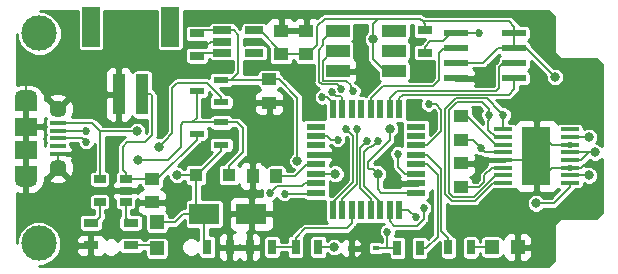
<source format=gtl>
G04 #@! TF.GenerationSoftware,KiCad,Pcbnew,(5.0.0-rc2-dev-444-g2974a2c10)*
G04 #@! TF.CreationDate,2019-10-20T18:48:13-07:00*
G04 #@! TF.ProjectId,StringCar_M0_Express,537472696E674361725F4D305F457870,v04*
G04 #@! TF.SameCoordinates,Original*
G04 #@! TF.FileFunction,Copper,L1,Top,Signal*
G04 #@! TF.FilePolarity,Positive*
%FSLAX46Y46*%
G04 Gerber Fmt 4.6, Leading zero omitted, Abs format (unit mm)*
G04 Created by KiCad (PCBNEW (5.0.0-rc2-dev-444-g2974a2c10)) date 10/20/19 18:48:13*
%MOMM*%
%LPD*%
G01*
G04 APERTURE LIST*
%ADD10R,1.200000X1.200000*%
%ADD11R,2.000000X0.600000*%
%ADD12C,3.000000*%
%ADD13R,0.550000X1.600000*%
%ADD14R,1.600000X0.550000*%
%ADD15R,1.000000X1.250000*%
%ADD16R,1.250000X1.000000*%
%ADD17R,0.700000X1.300000*%
%ADD18R,1.300000X0.700000*%
%ADD19R,1.900000X1.500000*%
%ADD20C,1.450000*%
%ADD21R,1.350000X0.400000*%
%ADD22O,1.900000X1.200000*%
%ADD23R,1.900000X1.200000*%
%ADD24R,1.500000X3.400000*%
%ADD25R,1.000000X3.500000*%
%ADD26R,2.000000X1.100000*%
%ADD27R,1.060000X0.650000*%
%ADD28R,1.560000X0.650000*%
%ADD29R,1.100000X1.100000*%
%ADD30R,2.500000X1.800000*%
%ADD31R,1.300000X0.600000*%
%ADD32R,0.600000X0.450000*%
%ADD33R,1.600000X0.300000*%
%ADD34R,2.460000X5.000000*%
%ADD35C,0.330000*%
%ADD36C,0.685800*%
%ADD37C,0.812800*%
%ADD38C,0.203200*%
%ADD39C,0.152400*%
%ADD40C,0.254000*%
G04 APERTURE END LIST*
D10*
X106500000Y-112500000D03*
X106500000Y-114700000D03*
X134827141Y-114600000D03*
X137027141Y-114600000D03*
D11*
X131850000Y-99035000D03*
X136750000Y-96495000D03*
X136750000Y-97765000D03*
X136750000Y-99035000D03*
X136750000Y-100305000D03*
X131850000Y-100305000D03*
X131850000Y-97765000D03*
X131850000Y-96495000D03*
D12*
X96500000Y-114300000D03*
D13*
X121400000Y-111450000D03*
X122200000Y-111450000D03*
X123000000Y-111450000D03*
X123800000Y-111450000D03*
X124600000Y-111450000D03*
X125400000Y-111450000D03*
X126200000Y-111450000D03*
X127000000Y-111450000D03*
D14*
X128450000Y-110000000D03*
X128450000Y-109200000D03*
X128450000Y-108400000D03*
X128450000Y-107600000D03*
X128450000Y-106800000D03*
X128450000Y-106000000D03*
X128450000Y-105200000D03*
X128450000Y-104400000D03*
D13*
X127000000Y-102950000D03*
X126200000Y-102950000D03*
X125400000Y-102950000D03*
X124600000Y-102950000D03*
X123800000Y-102950000D03*
X123000000Y-102950000D03*
X122200000Y-102950000D03*
X121400000Y-102950000D03*
D14*
X119950000Y-104400000D03*
X119950000Y-105200000D03*
X119950000Y-106000000D03*
X119950000Y-106800000D03*
X119950000Y-107600000D03*
X119950000Y-108400000D03*
X119950000Y-109200000D03*
X119950000Y-110000000D03*
D15*
X116600000Y-108600000D03*
X114600000Y-108600000D03*
D16*
X132234961Y-103517179D03*
X132234961Y-105517179D03*
D17*
X131177141Y-114636064D03*
X133077141Y-114636064D03*
D18*
X129200000Y-96250000D03*
X129200000Y-98150000D03*
D16*
X132234961Y-109517179D03*
X132234961Y-107517179D03*
X117008814Y-96294058D03*
X117008814Y-98294058D03*
D18*
X104272016Y-114450000D03*
X104272016Y-112550000D03*
X109900000Y-98410000D03*
X109900000Y-96510000D03*
D17*
X118250000Y-114600000D03*
X120150000Y-114600000D03*
D16*
X119152148Y-96294058D03*
X119152148Y-98294058D03*
X106100000Y-108821323D03*
X106100000Y-110821323D03*
D19*
X95408000Y-106410000D03*
D20*
X98108000Y-102910000D03*
D21*
X98108000Y-104760000D03*
X98108000Y-104110000D03*
X98108000Y-106710000D03*
X98108000Y-106060000D03*
X98108000Y-105410000D03*
D20*
X98108000Y-107910000D03*
D19*
X95408000Y-104410000D03*
D22*
X95408000Y-101910000D03*
X95408000Y-108910000D03*
D23*
X95408000Y-108310000D03*
X95408000Y-102510000D03*
D24*
X100917000Y-95931000D03*
X107617000Y-95931000D03*
D25*
X103267000Y-101681000D03*
X105267000Y-101681000D03*
D26*
X126600000Y-96300000D03*
X126600000Y-98000000D03*
X126600000Y-99700000D03*
X121800000Y-99700000D03*
X121800000Y-98000000D03*
X121800000Y-96300000D03*
D18*
X100900000Y-114450000D03*
X100900000Y-112550000D03*
D17*
X116250000Y-114600000D03*
X114350000Y-114600000D03*
D27*
X101646033Y-110771323D03*
X101646033Y-108871323D03*
X103846033Y-108871323D03*
X103846033Y-109821323D03*
X103846033Y-110771323D03*
D28*
X114728333Y-96260000D03*
X114728333Y-98160000D03*
X112028333Y-98160000D03*
X112028333Y-97210000D03*
X112028333Y-96260000D03*
D29*
X112600000Y-108500000D03*
X109800000Y-108500000D03*
D30*
X114500000Y-111800000D03*
X110500000Y-111800000D03*
D31*
X111950000Y-105950000D03*
X111950000Y-104050000D03*
X109850000Y-105000000D03*
X109850000Y-101400000D03*
X111950000Y-100450000D03*
X111950000Y-102350000D03*
D17*
X126850000Y-114700000D03*
X128750000Y-114700000D03*
X110750000Y-114600000D03*
X112650000Y-114600000D03*
D32*
X122950000Y-114700000D03*
X125050000Y-114700000D03*
D12*
X96540000Y-96510000D03*
D33*
X141434961Y-109192179D03*
D34*
X138634961Y-106917179D03*
D35*
X137884961Y-106917179D03*
X137884961Y-105417179D03*
X139384961Y-106917179D03*
X139384961Y-105417179D03*
D33*
X135834961Y-109192179D03*
D35*
X137884961Y-108417179D03*
X139384961Y-108417179D03*
D33*
X141434961Y-108542179D03*
X141434961Y-107892179D03*
X141434961Y-107242179D03*
X141434961Y-106592179D03*
X141434961Y-105942179D03*
X141434961Y-105292179D03*
X141434961Y-104642179D03*
X135834961Y-104642179D03*
X135834961Y-105292179D03*
X135834961Y-105942179D03*
X135834961Y-106592179D03*
X135834961Y-107242179D03*
X135834961Y-107892179D03*
X135834961Y-108542179D03*
D16*
X116000000Y-102400000D03*
X116000000Y-100400000D03*
D36*
X99000000Y-111600000D03*
X142000000Y-100100000D03*
X137884961Y-105417179D03*
X139384961Y-105417179D03*
X137884961Y-106917179D03*
X139384961Y-106917179D03*
X137884961Y-108417179D03*
X139384961Y-108417179D03*
X122000000Y-107000000D03*
X115600000Y-107400000D03*
X123600000Y-96400000D03*
X105000000Y-96000000D03*
X134000000Y-113200000D03*
X125900000Y-107300000D03*
X134600000Y-100300000D03*
X143200000Y-111600000D03*
X109600000Y-95200000D03*
X121400000Y-109600000D03*
X128090000Y-97100000D03*
X128500000Y-103200000D03*
X133500000Y-103100000D03*
X118700000Y-100700000D03*
D37*
X124800000Y-97000000D03*
X125200000Y-108400000D03*
X121600000Y-108400000D03*
X140200000Y-100200000D03*
X138600000Y-110900000D03*
X126200000Y-104600000D03*
D36*
X129500000Y-102500000D03*
X133800000Y-96500000D03*
X100500000Y-105700000D03*
X120500000Y-101900000D03*
X100500000Y-104800000D03*
X121300000Y-101500000D03*
D37*
X104800000Y-104800000D03*
X108200000Y-108500000D03*
D36*
X126000000Y-113300000D03*
D37*
X143092179Y-105292179D03*
X143057821Y-108542179D03*
X143600000Y-106592179D03*
D36*
X117300000Y-110100000D03*
X116100000Y-110000000D03*
X121800000Y-105500000D03*
D37*
X118400000Y-107300000D03*
D36*
X133900000Y-106200000D03*
D37*
X121500000Y-114600000D03*
X106700000Y-106100000D03*
X104900000Y-107200000D03*
D36*
X126900000Y-106699996D03*
X125200000Y-105600000D03*
X124300000Y-105600000D03*
X123400000Y-104600000D03*
X123100000Y-101400000D03*
X122500000Y-104600000D03*
X122100000Y-101200000D03*
X129100000Y-111300000D03*
X135834961Y-103403895D03*
X128400000Y-112100000D03*
X134600000Y-103400000D03*
D38*
X142438161Y-107892179D02*
X142730340Y-107600000D01*
X141434961Y-107892179D02*
X142438161Y-107892179D01*
X142730340Y-107600000D02*
X143000000Y-107600000D01*
X128450000Y-109200000D02*
X127446800Y-109200000D01*
X119285000Y-96260000D02*
X119160000Y-96260000D01*
X95408000Y-104410000D02*
X95408000Y-101910000D01*
X98108000Y-107910000D02*
X98108000Y-106710000D01*
X98990000Y-106710000D02*
X98108000Y-106710000D01*
X95408000Y-101106800D02*
X95400000Y-101098800D01*
X95408000Y-101910000D02*
X95408000Y-101106800D01*
X95400000Y-101098800D02*
X95400000Y-100800000D01*
X111045133Y-97210000D02*
X110755133Y-97500000D01*
X112028333Y-97210000D02*
X111045133Y-97210000D01*
X110755133Y-97500000D02*
X109100000Y-97500000D01*
X109100000Y-97500000D02*
X107600000Y-99000000D01*
X107600000Y-99000000D02*
X103900000Y-99000000D01*
X103267000Y-99633000D02*
X103267000Y-101681000D01*
X103900000Y-99000000D02*
X103267000Y-99633000D01*
X139909961Y-107892179D02*
X139384961Y-108417179D01*
X141434961Y-107892179D02*
X139909961Y-107892179D01*
X139909961Y-105942179D02*
X139384961Y-105417179D01*
X141434961Y-105942179D02*
X139909961Y-105942179D01*
X137559961Y-107242179D02*
X137884961Y-106917179D01*
X135834961Y-107242179D02*
X137559961Y-107242179D01*
X126600000Y-99700000D02*
X125800000Y-99700000D01*
X125800000Y-99700000D02*
X124800000Y-98700000D01*
X124800000Y-98700000D02*
X124800000Y-97000000D01*
X136765000Y-96495000D02*
X136765000Y-97765000D01*
X132285000Y-99035000D02*
X132320000Y-99000000D01*
X131835000Y-99035000D02*
X132285000Y-99035000D01*
X132320000Y-99000000D02*
X134100000Y-99000000D01*
X135335000Y-97765000D02*
X136765000Y-97765000D01*
X134100000Y-99000000D02*
X135335000Y-97765000D01*
X129200000Y-96250000D02*
X129200000Y-95696800D01*
X119950000Y-108400000D02*
X121600000Y-108400000D01*
X136765000Y-97765000D02*
X137768200Y-97765000D01*
X141434961Y-109545379D02*
X140080340Y-110900000D01*
X141434961Y-109192179D02*
X141434961Y-109545379D01*
X140080340Y-110900000D02*
X138600000Y-110900000D01*
X138600000Y-110900000D02*
X138600000Y-110900000D01*
X136323200Y-95500000D02*
X129003200Y-95500000D01*
X136765000Y-95941800D02*
X136323200Y-95500000D01*
X136765000Y-96495000D02*
X136765000Y-95941800D01*
X129200000Y-95696800D02*
X129003200Y-95500000D01*
X129003200Y-95500000D02*
X128803200Y-95300000D01*
X124800000Y-95700000D02*
X125200000Y-95300000D01*
X124800000Y-97000000D02*
X124800000Y-95700000D01*
X128803200Y-95300000D02*
X125200000Y-95300000D01*
X117008814Y-98085481D02*
X117008814Y-98294058D01*
X115183333Y-96260000D02*
X117008814Y-98085481D01*
X114728333Y-96260000D02*
X115183333Y-96260000D01*
X117008814Y-98294058D02*
X119152148Y-98294058D01*
X120701358Y-95300000D02*
X121300000Y-95300000D01*
X120081949Y-95919409D02*
X120701358Y-95300000D01*
X120081949Y-97489257D02*
X120081949Y-95919409D01*
X119277148Y-98294058D02*
X120081949Y-97489257D01*
X119152148Y-98294058D02*
X119277148Y-98294058D01*
X125200000Y-95300000D02*
X121300000Y-95300000D01*
X128450000Y-110000000D02*
X125500000Y-110000000D01*
X125200000Y-109700000D02*
X125200000Y-108400000D01*
X125500000Y-110000000D02*
X125200000Y-109700000D01*
X126200000Y-105558598D02*
X126200000Y-104600000D01*
X124390630Y-107367968D02*
X126200000Y-105558598D01*
X124390630Y-107890630D02*
X124390630Y-107367968D01*
X124493601Y-107993601D02*
X124390630Y-107890630D01*
X125200000Y-108400000D02*
X124793601Y-107993601D01*
X124793601Y-107993601D02*
X124493601Y-107993601D01*
X137768200Y-97768200D02*
X140200000Y-100200000D01*
X137768200Y-97765000D02*
X137768200Y-97768200D01*
D39*
X119172078Y-107600000D02*
X119950000Y-107600000D01*
X118172078Y-108600000D02*
X119172078Y-107600000D01*
X116600000Y-108600000D02*
X118172078Y-108600000D01*
X131385000Y-96495000D02*
X131835000Y-96495000D01*
X130680000Y-97200000D02*
X131385000Y-96495000D01*
X129647600Y-97200000D02*
X130680000Y-97200000D01*
X129200000Y-97647600D02*
X129647600Y-97200000D01*
X129200000Y-98150000D02*
X129200000Y-97647600D01*
X129500000Y-102500000D02*
X129500000Y-102500000D01*
X132787400Y-96495000D02*
X132792400Y-96500000D01*
X131835000Y-96495000D02*
X132787400Y-96495000D01*
X132792400Y-96500000D02*
X133800000Y-96500000D01*
X133800000Y-96500000D02*
X133800000Y-96500000D01*
X130100000Y-102500000D02*
X129500000Y-102500000D01*
X130590381Y-102990381D02*
X130100000Y-102500000D01*
X130590381Y-104812019D02*
X130590381Y-102990381D01*
X128450000Y-106000000D02*
X129402400Y-106000000D01*
X129402400Y-106000000D02*
X130590381Y-104812019D01*
X98160899Y-105357101D02*
X98108000Y-105410000D01*
X100157101Y-105357101D02*
X98160899Y-105357101D01*
X100500000Y-105700000D02*
X100157101Y-105357101D01*
X120875000Y-101900000D02*
X120500000Y-101900000D01*
X121400000Y-102425000D02*
X120875000Y-101900000D01*
X121400000Y-102950000D02*
X121400000Y-102425000D01*
X98148000Y-104800000D02*
X98108000Y-104760000D01*
X100500000Y-104800000D02*
X98148000Y-104800000D01*
X122200000Y-102950000D02*
X122200000Y-102300000D01*
X121642899Y-101842899D02*
X121300000Y-101500000D01*
X122045299Y-101842899D02*
X121642899Y-101842899D01*
X122200000Y-101997600D02*
X122045299Y-101842899D01*
X122200000Y-102950000D02*
X122200000Y-101997600D01*
X130835000Y-97765000D02*
X131835000Y-97765000D01*
X124600000Y-101997600D02*
X125597600Y-101000000D01*
X124600000Y-102950000D02*
X124600000Y-101997600D01*
X125597600Y-101000000D02*
X129900000Y-101000000D01*
X129900000Y-101000000D02*
X130400000Y-100500000D01*
X130400000Y-100500000D02*
X130400000Y-98200000D01*
X130400000Y-98200000D02*
X130835000Y-97765000D01*
X135812600Y-99035000D02*
X136765000Y-99035000D01*
X126200000Y-102950000D02*
X126200000Y-101997600D01*
X126200000Y-101997600D02*
X126812028Y-101385572D01*
X126812028Y-101385572D02*
X135214429Y-101385571D01*
X135214429Y-101385571D02*
X135500000Y-101100000D01*
X135500000Y-101100000D02*
X135500000Y-99347600D01*
X135500000Y-99347600D02*
X135812600Y-99035000D01*
X136765000Y-101207400D02*
X136765000Y-100705000D01*
X136282019Y-101690381D02*
X136765000Y-101207400D01*
X127307219Y-101690381D02*
X136282019Y-101690381D01*
X127000000Y-101997600D02*
X127307219Y-101690381D01*
X127000000Y-102950000D02*
X127000000Y-101997600D01*
X136765000Y-100705000D02*
X136765000Y-100305000D01*
D38*
X106050000Y-108871323D02*
X106100000Y-108821323D01*
X103846033Y-108871323D02*
X106050000Y-108871323D01*
X105970200Y-101681000D02*
X105267000Y-101681000D01*
X106100000Y-101810800D02*
X105970200Y-101681000D01*
X109850000Y-105503200D02*
X109850000Y-105000000D01*
X106531877Y-108821323D02*
X109850000Y-105503200D01*
X106100000Y-108821323D02*
X106531877Y-108821323D01*
X103846033Y-108343123D02*
X103600000Y-108097090D01*
X103846033Y-108871323D02*
X103846033Y-108343123D01*
X103600000Y-108097090D02*
X103600000Y-106100000D01*
X103600000Y-106100000D02*
X104000000Y-105700000D01*
X106100000Y-105100000D02*
X106100000Y-105000000D01*
X105500000Y-105700000D02*
X106100000Y-105100000D01*
X104000000Y-105700000D02*
X105500000Y-105700000D01*
X106100000Y-105000000D02*
X106100000Y-101810800D01*
X109903200Y-108500000D02*
X109800000Y-108500000D01*
X111950000Y-106453200D02*
X109903200Y-108500000D01*
X111950000Y-105950000D02*
X111950000Y-106453200D01*
X109800000Y-111100000D02*
X110500000Y-111800000D01*
X109800000Y-108500000D02*
X109800000Y-111100000D01*
X109800000Y-108500000D02*
X109046800Y-108500000D01*
X100100000Y-104110000D02*
X98108000Y-104110000D01*
X98108000Y-104110000D02*
X100768598Y-104110000D01*
X101700000Y-104800000D02*
X104800000Y-104800000D01*
X98108000Y-104110000D02*
X101010000Y-104110000D01*
X101010000Y-104110000D02*
X101700000Y-104800000D01*
X101700000Y-108289156D02*
X101700000Y-104800000D01*
X101646033Y-108343123D02*
X101700000Y-108289156D01*
X101646033Y-108871323D02*
X101646033Y-108343123D01*
X108200000Y-108500000D02*
X109800000Y-108500000D01*
X110500000Y-111800000D02*
X108700000Y-111800000D01*
X107992200Y-112507800D02*
X106500000Y-112507800D01*
X108700000Y-111800000D02*
X107992200Y-112507800D01*
X110500000Y-114350000D02*
X110750000Y-114600000D01*
X110500000Y-111800000D02*
X110500000Y-114350000D01*
D39*
X110150000Y-98160000D02*
X109900000Y-98410000D01*
X112028333Y-98160000D02*
X110150000Y-98160000D01*
X135184961Y-105942179D02*
X135834961Y-105942179D01*
X132759961Y-103517179D02*
X135184961Y-105942179D01*
X132234961Y-103517179D02*
X132759961Y-103517179D01*
X134882561Y-107892179D02*
X135834961Y-107892179D01*
X133778895Y-109517179D02*
X134230151Y-109065923D01*
X132234961Y-109517179D02*
X133778895Y-109517179D01*
X134230151Y-108544589D02*
X134882561Y-107892179D01*
X134230151Y-109065923D02*
X134230151Y-108544589D01*
X125050000Y-114700000D02*
X125502400Y-114700000D01*
X126000000Y-114700000D02*
X126000000Y-113300000D01*
X126000000Y-114700000D02*
X126850000Y-114700000D01*
X125502400Y-114700000D02*
X126000000Y-114700000D01*
X126000000Y-113300000D02*
X126000000Y-113300000D01*
D38*
X141434961Y-108542179D02*
X143057821Y-108542179D01*
X143057821Y-108542179D02*
X143057821Y-108542179D01*
X141434961Y-105292179D02*
X143092179Y-105292179D01*
X143092179Y-105292179D02*
X143092179Y-105292179D01*
X141434961Y-106592179D02*
X143092179Y-106592179D01*
X143092179Y-106592179D02*
X143092179Y-106592179D01*
X142442179Y-107242179D02*
X143092179Y-106592179D01*
X141434961Y-107242179D02*
X142442179Y-107242179D01*
X143092179Y-106592179D02*
X143600000Y-106592179D01*
D39*
X134798877Y-114636064D02*
X134834941Y-114600000D01*
X133077141Y-114636064D02*
X134798877Y-114636064D01*
X106181600Y-114450000D02*
X106500000Y-114768400D01*
X104272016Y-114450000D02*
X106181600Y-114450000D01*
X103846033Y-112124017D02*
X104272016Y-112550000D01*
X103846033Y-110771323D02*
X103846033Y-112124017D01*
X101200000Y-112550000D02*
X100900000Y-112550000D01*
X101702400Y-112047600D02*
X101200000Y-112550000D01*
X101702400Y-111860334D02*
X101702400Y-112047600D01*
X101646033Y-111803967D02*
X101702400Y-111860334D01*
X101646033Y-110771323D02*
X101646033Y-111803967D01*
X119850000Y-110100000D02*
X119950000Y-110000000D01*
X117300000Y-110100000D02*
X119850000Y-110100000D01*
X119950000Y-109200000D02*
X119263518Y-109200000D01*
X118997600Y-109200000D02*
X119950000Y-109200000D01*
X118743999Y-109453601D02*
X118997600Y-109200000D01*
X116100000Y-110000000D02*
X116646399Y-109453601D01*
X116646399Y-109453601D02*
X118743999Y-109453601D01*
X119950000Y-105200000D02*
X120902400Y-105200000D01*
X121202400Y-105500000D02*
X121800000Y-105500000D01*
X120902400Y-105200000D02*
X121202400Y-105500000D01*
D38*
X118400000Y-107300000D02*
X118400000Y-107300000D01*
X133217179Y-105517179D02*
X133900000Y-106200000D01*
X132234961Y-105517179D02*
X133217179Y-105517179D01*
X134292179Y-106592179D02*
X133900000Y-106200000D01*
X135834961Y-106592179D02*
X134292179Y-106592179D01*
X120150000Y-114600000D02*
X121500000Y-114600000D01*
X121500000Y-114600000D02*
X121500000Y-114600000D01*
X110150000Y-96260000D02*
X109900000Y-96510000D01*
X112028333Y-96260000D02*
X110150000Y-96260000D01*
X112028333Y-96260000D02*
X113011533Y-96260000D01*
X113011533Y-96260000D02*
X113400000Y-96648467D01*
X113400000Y-96648467D02*
X113400000Y-98800000D01*
X113400000Y-99853200D02*
X113400000Y-98800000D01*
X112803200Y-100450000D02*
X113400000Y-99853200D01*
X111950000Y-100450000D02*
X112803200Y-100450000D01*
X115950000Y-100450000D02*
X116000000Y-100400000D01*
X111950000Y-100450000D02*
X115950000Y-100450000D01*
X118400000Y-101971800D02*
X118400000Y-103800000D01*
X116828200Y-100400000D02*
X118400000Y-101971800D01*
X116000000Y-100400000D02*
X116828200Y-100400000D01*
X118400000Y-103700000D02*
X118400000Y-103800000D01*
X118400000Y-103800000D02*
X118400000Y-107300000D01*
D39*
X111950000Y-101897600D02*
X111950000Y-102350000D01*
X107174736Y-105600000D02*
X107800000Y-104974736D01*
X107800000Y-104974736D02*
X107800000Y-101100000D01*
X107800000Y-101100000D02*
X108200000Y-100700000D01*
X108200000Y-100700000D02*
X110752400Y-100700000D01*
X110752400Y-100700000D02*
X111950000Y-101897600D01*
X107106399Y-105668337D02*
X107800000Y-104974736D01*
X107106399Y-105693601D02*
X107106399Y-105668337D01*
X106700000Y-106100000D02*
X107106399Y-105693601D01*
D38*
X113750000Y-105503200D02*
X113750000Y-105000000D01*
X113750000Y-106596800D02*
X113750000Y-105503200D01*
X112600000Y-107746800D02*
X113750000Y-106596800D01*
X112600000Y-108500000D02*
X112600000Y-107746800D01*
X112803200Y-104050000D02*
X111950000Y-104050000D01*
X113303200Y-104050000D02*
X112803200Y-104050000D01*
X113750000Y-104496800D02*
X113303200Y-104050000D01*
X113750000Y-105000000D02*
X113750000Y-104496800D01*
X111950000Y-104050000D02*
X111600000Y-104050000D01*
X111950000Y-104050000D02*
X110550000Y-104050000D01*
X109850000Y-101903200D02*
X109850000Y-101400000D01*
X104900000Y-107200000D02*
X107400000Y-107200000D01*
X107400000Y-107200000D02*
X108500000Y-106100000D01*
X108500000Y-106100000D02*
X108500000Y-104238829D01*
X108500000Y-104238829D02*
X108688829Y-104050000D01*
X109850000Y-103700000D02*
X109500000Y-104050000D01*
X109850000Y-101400000D02*
X109850000Y-103700000D01*
X108688829Y-104050000D02*
X109500000Y-104050000D01*
X109500000Y-104050000D02*
X111950000Y-104050000D01*
D39*
X126900000Y-107184929D02*
X126900000Y-106699996D01*
X127497600Y-108400000D02*
X126900000Y-107802400D01*
X126900000Y-107802400D02*
X126900000Y-107184929D01*
X128450000Y-108400000D02*
X127497600Y-108400000D01*
X125400000Y-110800000D02*
X124009620Y-109409620D01*
X125400000Y-111450000D02*
X125400000Y-110800000D01*
X124009620Y-109409620D02*
X124009620Y-106590380D01*
X124857101Y-105942899D02*
X125200000Y-105600000D01*
X124628499Y-106171501D02*
X124857101Y-105942899D01*
X124428499Y-106171501D02*
X124628499Y-106171501D01*
X124009620Y-106590380D02*
X124428499Y-106171501D01*
X123957101Y-105942899D02*
X124300000Y-105600000D01*
X123704810Y-106195190D02*
X123957101Y-105942899D01*
X123704810Y-109602410D02*
X123704810Y-106195190D01*
X124600000Y-110497600D02*
X123704810Y-109602410D01*
X124600000Y-111450000D02*
X124600000Y-110497600D01*
X121350000Y-98000000D02*
X121800000Y-98000000D01*
X120520599Y-98829401D02*
X121350000Y-98000000D01*
X120576479Y-100529401D02*
X120520599Y-100473521D01*
X122514334Y-100529401D02*
X120576479Y-100529401D01*
X122900000Y-100915067D02*
X122514334Y-100529401D01*
X120520599Y-100473521D02*
X120520599Y-98829401D01*
X122900000Y-101400000D02*
X122900000Y-100915067D01*
X123400000Y-108700000D02*
X123400000Y-104600000D01*
X123400000Y-109297600D02*
X123400000Y-108700000D01*
X122200000Y-110497600D02*
X123400000Y-109297600D01*
X122200000Y-111450000D02*
X122200000Y-110497600D01*
X121350000Y-96300000D02*
X121800000Y-96300000D01*
X120571399Y-97078601D02*
X121350000Y-96300000D01*
X120571399Y-97538635D02*
X120571399Y-97078601D01*
X120215789Y-97894245D02*
X120571399Y-97538635D01*
X120215789Y-100615789D02*
X120215789Y-97894245D01*
X120434211Y-100834211D02*
X120215789Y-100615789D01*
X121734211Y-100834211D02*
X120434211Y-100834211D01*
X122100000Y-101200000D02*
X121734211Y-100834211D01*
X122842899Y-104942899D02*
X122500000Y-104600000D01*
X122922301Y-105022301D02*
X122842899Y-104942899D01*
X121400000Y-110800000D02*
X123095190Y-109104810D01*
X121400000Y-111450000D02*
X121400000Y-110800000D01*
X123095190Y-105195190D02*
X122500000Y-104600000D01*
X123095190Y-109104810D02*
X123095190Y-105195190D01*
X131177141Y-113833664D02*
X131177141Y-114636064D01*
X130590381Y-113246904D02*
X131177141Y-113833664D01*
X130590381Y-107987982D02*
X130590381Y-113246904D01*
X129402400Y-106800000D02*
X130590381Y-107987982D01*
X128450000Y-106800000D02*
X129402400Y-106800000D01*
X129300000Y-114700000D02*
X128750000Y-114700000D01*
X130285571Y-113714429D02*
X129300000Y-114700000D01*
X130285571Y-108483171D02*
X130285571Y-113714429D01*
X128450000Y-107600000D02*
X129402400Y-107600000D01*
X129402400Y-107600000D02*
X130285571Y-108483171D01*
X116250000Y-114600000D02*
X118250000Y-114600000D01*
X118250000Y-113797600D02*
X119017600Y-113030000D01*
X118250000Y-114600000D02*
X118250000Y-113797600D01*
X119017600Y-113030000D02*
X122555000Y-113030000D01*
X123000000Y-112585000D02*
X123000000Y-111450000D01*
X122555000Y-113030000D02*
X123000000Y-112585000D01*
X126200000Y-112402400D02*
X126597600Y-112800000D01*
X126200000Y-111450000D02*
X126200000Y-112402400D01*
X129100000Y-111784933D02*
X129100000Y-111300000D01*
X129100000Y-112245822D02*
X129100000Y-111784933D01*
X128545822Y-112800000D02*
X129100000Y-112245822D01*
X126597600Y-112800000D02*
X128545822Y-112800000D01*
X135834961Y-104339779D02*
X135834961Y-104642179D01*
X135834961Y-103403895D02*
X135834961Y-104339779D01*
X134426257Y-101995191D02*
X135834961Y-103403895D01*
X135492062Y-103060996D02*
X135834961Y-103403895D01*
X131789402Y-101995190D02*
X134426256Y-101995190D01*
X130895191Y-102889401D02*
X131789402Y-101995190D01*
X130895190Y-110144956D02*
X130895191Y-102889401D01*
X131455044Y-110704810D02*
X130895190Y-110144956D01*
X133453396Y-110704810D02*
X131455044Y-110704810D01*
X134966027Y-109192179D02*
X133453396Y-110704810D01*
X134426256Y-101995190D02*
X135492062Y-103060996D01*
X135834961Y-109192179D02*
X134966027Y-109192179D01*
X135184961Y-105292179D02*
X134562073Y-104669291D01*
X135834961Y-105292179D02*
X135184961Y-105292179D01*
X127750000Y-111450000D02*
X128400000Y-112100000D01*
X127000000Y-111450000D02*
X127750000Y-111450000D01*
X135834961Y-108542179D02*
X135184961Y-108542179D01*
X134562073Y-103922860D02*
X134562073Y-104669291D01*
X134600000Y-103884933D02*
X134562073Y-103922860D01*
X134600000Y-103400000D02*
X134600000Y-103884933D01*
X134534960Y-109192180D02*
X134600000Y-109127140D01*
X134600000Y-109127140D02*
X134534961Y-109192179D01*
X135184961Y-108542179D02*
X134600000Y-109127140D01*
X134600000Y-103400000D02*
X134600000Y-102915067D01*
X134600000Y-102915067D02*
X133984933Y-102300000D01*
X135184961Y-108542179D02*
X133327140Y-110400000D01*
X131581300Y-110400000D02*
X131200000Y-110018700D01*
X133327140Y-110400000D02*
X131581300Y-110400000D01*
X131915658Y-102300000D02*
X132400000Y-102300000D01*
X131200000Y-103015658D02*
X131915658Y-102300000D01*
X131200000Y-110018700D02*
X131200000Y-103015658D01*
X133984933Y-102300000D02*
X132400000Y-102300000D01*
D40*
G36*
X115016106Y-101048659D02*
X115100314Y-101174686D01*
X115226341Y-101258894D01*
X115257038Y-101265000D01*
X115248690Y-101265000D01*
X115015301Y-101361673D01*
X114836673Y-101540302D01*
X114740000Y-101773691D01*
X114740000Y-102114250D01*
X114898750Y-102273000D01*
X115873000Y-102273000D01*
X115873000Y-102253000D01*
X116127000Y-102253000D01*
X116127000Y-102273000D01*
X117101250Y-102273000D01*
X117260000Y-102114250D01*
X117260000Y-101773691D01*
X117163327Y-101540302D01*
X116984699Y-101361673D01*
X116751310Y-101265000D01*
X116742962Y-101265000D01*
X116773659Y-101258894D01*
X116899686Y-101174686D01*
X116907978Y-101162276D01*
X117917400Y-102171699D01*
X117917401Y-103652467D01*
X117917400Y-103652472D01*
X117917400Y-103752472D01*
X117917401Y-106669048D01*
X117732475Y-106853974D01*
X117612600Y-107143376D01*
X117612600Y-107456624D01*
X117732475Y-107746026D01*
X117953974Y-107967525D01*
X118098224Y-108027276D01*
X117982700Y-108142800D01*
X117488464Y-108142800D01*
X117488464Y-107975000D01*
X117458894Y-107826341D01*
X117374686Y-107700314D01*
X117248659Y-107616106D01*
X117100000Y-107586536D01*
X116100000Y-107586536D01*
X115951341Y-107616106D01*
X115825314Y-107700314D01*
X115741106Y-107826341D01*
X115735000Y-107857038D01*
X115735000Y-107848690D01*
X115638327Y-107615301D01*
X115459698Y-107436673D01*
X115226309Y-107340000D01*
X114885750Y-107340000D01*
X114727000Y-107498750D01*
X114727000Y-108473000D01*
X114747000Y-108473000D01*
X114747000Y-108727000D01*
X114727000Y-108727000D01*
X114727000Y-109701250D01*
X114885750Y-109860000D01*
X115226309Y-109860000D01*
X115405126Y-109785931D01*
X115376100Y-109856007D01*
X115376100Y-110143993D01*
X115426223Y-110265000D01*
X114785750Y-110265000D01*
X114627000Y-110423750D01*
X114627000Y-111673000D01*
X116226250Y-111673000D01*
X116385000Y-111514250D01*
X116385000Y-110773690D01*
X116346747Y-110681338D01*
X116510056Y-110613693D01*
X116665039Y-110458710D01*
X116686307Y-110510056D01*
X116889944Y-110713693D01*
X117156007Y-110823900D01*
X117443993Y-110823900D01*
X117710056Y-110713693D01*
X117866549Y-110557200D01*
X118886560Y-110557200D01*
X119001341Y-110633894D01*
X119150000Y-110663464D01*
X120736536Y-110663464D01*
X120736536Y-112250000D01*
X120766106Y-112398659D01*
X120850314Y-112524686D01*
X120922322Y-112572800D01*
X119062629Y-112572800D01*
X119017599Y-112563843D01*
X118839209Y-112599327D01*
X118687977Y-112700377D01*
X118662470Y-112738551D01*
X117958552Y-113442470D01*
X117920378Y-113467977D01*
X117894871Y-113506151D01*
X117894870Y-113506152D01*
X117851405Y-113571202D01*
X117751341Y-113591106D01*
X117625314Y-113675314D01*
X117541106Y-113801341D01*
X117511536Y-113950000D01*
X117511536Y-114142800D01*
X116988464Y-114142800D01*
X116988464Y-113950000D01*
X116958894Y-113801341D01*
X116874686Y-113675314D01*
X116748659Y-113591106D01*
X116600000Y-113561536D01*
X115900000Y-113561536D01*
X115751341Y-113591106D01*
X115625314Y-113675314D01*
X115541106Y-113801341D01*
X115511536Y-113950000D01*
X115511536Y-115250000D01*
X115541106Y-115398659D01*
X115625314Y-115524686D01*
X115751341Y-115608894D01*
X115900000Y-115638464D01*
X116600000Y-115638464D01*
X116748659Y-115608894D01*
X116874686Y-115524686D01*
X116958894Y-115398659D01*
X116988464Y-115250000D01*
X116988464Y-115057200D01*
X117511536Y-115057200D01*
X117511536Y-115250000D01*
X117541106Y-115398659D01*
X117625314Y-115524686D01*
X117751341Y-115608894D01*
X117900000Y-115638464D01*
X118600000Y-115638464D01*
X118748659Y-115608894D01*
X118874686Y-115524686D01*
X118958894Y-115398659D01*
X118988464Y-115250000D01*
X118988464Y-113950000D01*
X119411536Y-113950000D01*
X119411536Y-115250000D01*
X119441106Y-115398659D01*
X119525314Y-115524686D01*
X119651341Y-115608894D01*
X119800000Y-115638464D01*
X120500000Y-115638464D01*
X120648659Y-115608894D01*
X120774686Y-115524686D01*
X120858894Y-115398659D01*
X120888464Y-115250000D01*
X120888464Y-115102015D01*
X121053974Y-115267525D01*
X121343376Y-115387400D01*
X121656624Y-115387400D01*
X121946026Y-115267525D01*
X122058126Y-115155425D01*
X122111673Y-115284699D01*
X122290302Y-115463327D01*
X122523691Y-115560000D01*
X122664250Y-115560000D01*
X122823000Y-115401250D01*
X122823000Y-114812500D01*
X123077000Y-114812500D01*
X123077000Y-115401250D01*
X123235750Y-115560000D01*
X123376309Y-115560000D01*
X123609698Y-115463327D01*
X123788327Y-115284699D01*
X123885000Y-115051310D01*
X123885000Y-114971250D01*
X123726250Y-114812500D01*
X123077000Y-114812500D01*
X122823000Y-114812500D01*
X122803000Y-114812500D01*
X122803000Y-114587500D01*
X122823000Y-114587500D01*
X122823000Y-113998750D01*
X123077000Y-113998750D01*
X123077000Y-114587500D01*
X123726250Y-114587500D01*
X123885000Y-114428750D01*
X123885000Y-114348690D01*
X123788327Y-114115301D01*
X123609698Y-113936673D01*
X123376309Y-113840000D01*
X123235750Y-113840000D01*
X123077000Y-113998750D01*
X122823000Y-113998750D01*
X122664250Y-113840000D01*
X122523691Y-113840000D01*
X122290302Y-113936673D01*
X122120263Y-114106712D01*
X121946026Y-113932475D01*
X121656624Y-113812600D01*
X121343376Y-113812600D01*
X121053974Y-113932475D01*
X120888464Y-114097985D01*
X120888464Y-113950000D01*
X120858894Y-113801341D01*
X120774686Y-113675314D01*
X120648659Y-113591106D01*
X120500000Y-113561536D01*
X119800000Y-113561536D01*
X119651341Y-113591106D01*
X119525314Y-113675314D01*
X119441106Y-113801341D01*
X119411536Y-113950000D01*
X118988464Y-113950000D01*
X118958894Y-113801341D01*
X118932436Y-113761743D01*
X119206979Y-113487200D01*
X122509970Y-113487200D01*
X122555000Y-113496157D01*
X122600030Y-113487200D01*
X122733391Y-113460673D01*
X122884623Y-113359623D01*
X122910132Y-113321446D01*
X123291449Y-112940130D01*
X123329623Y-112914623D01*
X123430673Y-112763391D01*
X123437635Y-112728390D01*
X123458167Y-112625170D01*
X123525000Y-112638464D01*
X124075000Y-112638464D01*
X124200000Y-112613600D01*
X124325000Y-112638464D01*
X124875000Y-112638464D01*
X125000000Y-112613600D01*
X125125000Y-112638464D01*
X125675000Y-112638464D01*
X125733576Y-112626812D01*
X125589944Y-112686307D01*
X125386307Y-112889944D01*
X125276100Y-113156007D01*
X125276100Y-113443993D01*
X125386307Y-113710056D01*
X125542801Y-113866550D01*
X125542800Y-114145600D01*
X125498659Y-114116106D01*
X125350000Y-114086536D01*
X124750000Y-114086536D01*
X124601341Y-114116106D01*
X124475314Y-114200314D01*
X124391106Y-114326341D01*
X124361536Y-114475000D01*
X124361536Y-114925000D01*
X124391106Y-115073659D01*
X124475314Y-115199686D01*
X124601341Y-115283894D01*
X124750000Y-115313464D01*
X125350000Y-115313464D01*
X125498659Y-115283894D01*
X125624686Y-115199686D01*
X125653074Y-115157200D01*
X125954970Y-115157200D01*
X126000000Y-115166157D01*
X126045030Y-115157200D01*
X126111536Y-115157200D01*
X126111536Y-115350000D01*
X126141106Y-115498659D01*
X126225314Y-115624686D01*
X126351341Y-115708894D01*
X126500000Y-115738464D01*
X127200000Y-115738464D01*
X127348659Y-115708894D01*
X127474686Y-115624686D01*
X127558894Y-115498659D01*
X127588464Y-115350000D01*
X127588464Y-114050000D01*
X127558894Y-113901341D01*
X127474686Y-113775314D01*
X127348659Y-113691106D01*
X127200000Y-113661536D01*
X126633791Y-113661536D01*
X126723900Y-113443993D01*
X126723900Y-113257200D01*
X128500792Y-113257200D01*
X128545822Y-113266157D01*
X128590852Y-113257200D01*
X128724213Y-113230673D01*
X128875445Y-113129623D01*
X128900954Y-113091446D01*
X129391449Y-112600952D01*
X129429623Y-112575445D01*
X129530673Y-112424213D01*
X129541137Y-112371609D01*
X129566157Y-112245823D01*
X129557200Y-112200793D01*
X129557200Y-111866549D01*
X129713693Y-111710056D01*
X129823900Y-111443993D01*
X129823900Y-111156007D01*
X129713693Y-110889944D01*
X129510056Y-110686307D01*
X129388431Y-110635928D01*
X129398659Y-110633894D01*
X129524686Y-110549686D01*
X129608894Y-110423659D01*
X129638464Y-110275000D01*
X129638464Y-109984561D01*
X129788327Y-109834699D01*
X129828371Y-109738024D01*
X129828372Y-113525049D01*
X129456165Y-113897257D01*
X129374686Y-113775314D01*
X129248659Y-113691106D01*
X129100000Y-113661536D01*
X128400000Y-113661536D01*
X128251341Y-113691106D01*
X128125314Y-113775314D01*
X128041106Y-113901341D01*
X128011536Y-114050000D01*
X128011536Y-115350000D01*
X128041106Y-115498659D01*
X128125314Y-115624686D01*
X128251341Y-115708894D01*
X128400000Y-115738464D01*
X129100000Y-115738464D01*
X129248659Y-115708894D01*
X129374686Y-115624686D01*
X129458894Y-115498659D01*
X129488464Y-115350000D01*
X129488464Y-115123942D01*
X129629623Y-115029623D01*
X129655132Y-114991446D01*
X130438677Y-114207902D01*
X130438677Y-115286064D01*
X130468247Y-115434723D01*
X130552455Y-115560750D01*
X130678482Y-115644958D01*
X130827141Y-115674528D01*
X131527141Y-115674528D01*
X131675800Y-115644958D01*
X131801827Y-115560750D01*
X131886035Y-115434723D01*
X131915605Y-115286064D01*
X131915605Y-113986064D01*
X132338677Y-113986064D01*
X132338677Y-115286064D01*
X132368247Y-115434723D01*
X132452455Y-115560750D01*
X132578482Y-115644958D01*
X132727141Y-115674528D01*
X133427141Y-115674528D01*
X133575800Y-115644958D01*
X133701827Y-115560750D01*
X133786035Y-115434723D01*
X133815605Y-115286064D01*
X133815605Y-115093264D01*
X133838677Y-115093264D01*
X133838677Y-115200000D01*
X133868247Y-115348659D01*
X133952455Y-115474686D01*
X134078482Y-115558894D01*
X134227141Y-115588464D01*
X135427141Y-115588464D01*
X135575800Y-115558894D01*
X135701827Y-115474686D01*
X135786035Y-115348659D01*
X135792141Y-115317962D01*
X135792141Y-115326310D01*
X135888814Y-115559699D01*
X136067443Y-115738327D01*
X136300832Y-115835000D01*
X136741391Y-115835000D01*
X136900141Y-115676250D01*
X136900141Y-114727000D01*
X137154141Y-114727000D01*
X137154141Y-115676250D01*
X137312891Y-115835000D01*
X137753450Y-115835000D01*
X137986839Y-115738327D01*
X138165468Y-115559699D01*
X138262141Y-115326310D01*
X138262141Y-114885750D01*
X138103391Y-114727000D01*
X137154141Y-114727000D01*
X136900141Y-114727000D01*
X136880141Y-114727000D01*
X136880141Y-114473000D01*
X136900141Y-114473000D01*
X136900141Y-113523750D01*
X137154141Y-113523750D01*
X137154141Y-114473000D01*
X138103391Y-114473000D01*
X138262141Y-114314250D01*
X138262141Y-113873690D01*
X138165468Y-113640301D01*
X137986839Y-113461673D01*
X137753450Y-113365000D01*
X137312891Y-113365000D01*
X137154141Y-113523750D01*
X136900141Y-113523750D01*
X136741391Y-113365000D01*
X136300832Y-113365000D01*
X136067443Y-113461673D01*
X135888814Y-113640301D01*
X135792141Y-113873690D01*
X135792141Y-113882038D01*
X135786035Y-113851341D01*
X135701827Y-113725314D01*
X135575800Y-113641106D01*
X135427141Y-113611536D01*
X134227141Y-113611536D01*
X134078482Y-113641106D01*
X133952455Y-113725314D01*
X133868247Y-113851341D01*
X133838677Y-114000000D01*
X133838677Y-114178864D01*
X133815605Y-114178864D01*
X133815605Y-113986064D01*
X133786035Y-113837405D01*
X133701827Y-113711378D01*
X133575800Y-113627170D01*
X133427141Y-113597600D01*
X132727141Y-113597600D01*
X132578482Y-113627170D01*
X132452455Y-113711378D01*
X132368247Y-113837405D01*
X132338677Y-113986064D01*
X131915605Y-113986064D01*
X131886035Y-113837405D01*
X131801827Y-113711378D01*
X131675800Y-113627170D01*
X131575737Y-113607266D01*
X131532271Y-113542215D01*
X131506764Y-113504041D01*
X131468590Y-113478534D01*
X131047581Y-113057526D01*
X131047581Y-110943926D01*
X131099914Y-110996259D01*
X131125421Y-111034433D01*
X131163595Y-111059940D01*
X131276653Y-111135483D01*
X131455043Y-111170967D01*
X131500073Y-111162010D01*
X133408366Y-111162010D01*
X133453396Y-111170967D01*
X133498426Y-111162010D01*
X133631787Y-111135483D01*
X133783019Y-111034433D01*
X133808528Y-110996256D01*
X135074142Y-109730643D01*
X136634961Y-109730643D01*
X136783620Y-109701073D01*
X136824046Y-109674061D01*
X136866634Y-109776877D01*
X137045262Y-109955506D01*
X137278651Y-110052179D01*
X138349211Y-110052179D01*
X138507961Y-109893429D01*
X138507961Y-108944197D01*
X138549774Y-108902384D01*
X138507961Y-108860571D01*
X138507961Y-108824003D01*
X138589962Y-108827417D01*
X138630746Y-108708603D01*
X138679960Y-108827417D01*
X138761961Y-108824003D01*
X138761961Y-108860571D01*
X138720148Y-108902384D01*
X138761961Y-108944197D01*
X138761961Y-109893429D01*
X138920711Y-110052179D01*
X139991271Y-110052179D01*
X140224660Y-109955506D01*
X140403288Y-109776877D01*
X140445876Y-109674061D01*
X140486302Y-109701073D01*
X140578441Y-109719400D01*
X139880442Y-110417400D01*
X139230951Y-110417400D01*
X139046026Y-110232475D01*
X138756624Y-110112600D01*
X138443376Y-110112600D01*
X138153974Y-110232475D01*
X137932475Y-110453974D01*
X137812600Y-110743376D01*
X137812600Y-111056624D01*
X137932475Y-111346026D01*
X138153974Y-111567525D01*
X138443376Y-111687400D01*
X138756624Y-111687400D01*
X139046026Y-111567525D01*
X139230951Y-111382600D01*
X140032812Y-111382600D01*
X140080340Y-111392054D01*
X140127868Y-111382600D01*
X140127869Y-111382600D01*
X140268641Y-111354599D01*
X140428275Y-111247935D01*
X140455202Y-111207636D01*
X141742600Y-109920239D01*
X141782896Y-109893314D01*
X141889560Y-109733680D01*
X141890164Y-109730643D01*
X142234961Y-109730643D01*
X142383620Y-109701073D01*
X142509647Y-109616865D01*
X142593855Y-109490838D01*
X142623425Y-109342179D01*
X142623425Y-109214521D01*
X142901197Y-109329579D01*
X143214445Y-109329579D01*
X143503847Y-109209704D01*
X143725346Y-108988205D01*
X143845221Y-108698803D01*
X143845221Y-108385555D01*
X143725346Y-108096153D01*
X143503847Y-107874654D01*
X143214445Y-107754779D01*
X142901197Y-107754779D01*
X142869961Y-107767717D01*
X142869961Y-107765177D01*
X142763213Y-107765177D01*
X142869961Y-107658429D01*
X142869961Y-107615870D01*
X142835114Y-107531742D01*
X143130563Y-107236293D01*
X143153974Y-107259704D01*
X143443376Y-107379579D01*
X143756624Y-107379579D01*
X144046026Y-107259704D01*
X144145000Y-107160730D01*
X144145000Y-111707394D01*
X143711394Y-112141000D01*
X140716000Y-112141000D01*
X140667399Y-112150667D01*
X140626197Y-112178197D01*
X140118197Y-112686197D01*
X140090667Y-112727399D01*
X140081000Y-112776000D01*
X140081000Y-115771394D01*
X139647394Y-116205000D01*
X96572606Y-116205000D01*
X96548606Y-116181000D01*
X96874154Y-116181000D01*
X97565501Y-115894635D01*
X98094635Y-115365501D01*
X98355486Y-114735750D01*
X99615000Y-114735750D01*
X99615000Y-114926309D01*
X99711673Y-115159698D01*
X99890301Y-115338327D01*
X100123690Y-115435000D01*
X100614250Y-115435000D01*
X100773000Y-115276250D01*
X100773000Y-114577000D01*
X99773750Y-114577000D01*
X99615000Y-114735750D01*
X98355486Y-114735750D01*
X98381000Y-114674154D01*
X98381000Y-113973691D01*
X99615000Y-113973691D01*
X99615000Y-114164250D01*
X99773750Y-114323000D01*
X100773000Y-114323000D01*
X100773000Y-113623750D01*
X101027000Y-113623750D01*
X101027000Y-114323000D01*
X101047000Y-114323000D01*
X101047000Y-114577000D01*
X101027000Y-114577000D01*
X101027000Y-115276250D01*
X101185750Y-115435000D01*
X101676310Y-115435000D01*
X101909699Y-115338327D01*
X102036407Y-115211619D01*
X102129276Y-115304488D01*
X102434704Y-115431000D01*
X102765296Y-115431000D01*
X103070724Y-115304488D01*
X103304488Y-115070724D01*
X103319870Y-115033589D01*
X103347330Y-115074686D01*
X103473357Y-115158894D01*
X103622016Y-115188464D01*
X104922016Y-115188464D01*
X105070675Y-115158894D01*
X105196702Y-115074686D01*
X105280910Y-114948659D01*
X105289157Y-114907200D01*
X105511536Y-114907200D01*
X105511536Y-115300000D01*
X105541106Y-115448659D01*
X105625314Y-115574686D01*
X105751341Y-115658894D01*
X105900000Y-115688464D01*
X107100000Y-115688464D01*
X107248659Y-115658894D01*
X107374686Y-115574686D01*
X107458894Y-115448659D01*
X107488464Y-115300000D01*
X107488464Y-114100000D01*
X107458894Y-113951341D01*
X107374686Y-113825314D01*
X107248659Y-113741106D01*
X107100000Y-113711536D01*
X105900000Y-113711536D01*
X105751341Y-113741106D01*
X105625314Y-113825314D01*
X105541106Y-113951341D01*
X105532859Y-113992800D01*
X105289157Y-113992800D01*
X105280910Y-113951341D01*
X105196702Y-113825314D01*
X105070675Y-113741106D01*
X104922016Y-113711536D01*
X103622016Y-113711536D01*
X103473357Y-113741106D01*
X103347330Y-113825314D01*
X103263122Y-113951341D01*
X103240464Y-114065252D01*
X103070724Y-113895512D01*
X102765296Y-113769000D01*
X102434704Y-113769000D01*
X102149199Y-113887260D01*
X102088327Y-113740302D01*
X101909699Y-113561673D01*
X101676310Y-113465000D01*
X101185750Y-113465000D01*
X101027000Y-113623750D01*
X100773000Y-113623750D01*
X100614250Y-113465000D01*
X100123690Y-113465000D01*
X99890301Y-113561673D01*
X99711673Y-113740302D01*
X99615000Y-113973691D01*
X98381000Y-113973691D01*
X98381000Y-113925846D01*
X98094635Y-113234499D01*
X97565501Y-112705365D01*
X96874154Y-112419000D01*
X96125846Y-112419000D01*
X95434499Y-112705365D01*
X94905365Y-113234499D01*
X94619000Y-113925846D01*
X94619000Y-114251394D01*
X94615000Y-114247394D01*
X94615000Y-112200000D01*
X99861536Y-112200000D01*
X99861536Y-112900000D01*
X99891106Y-113048659D01*
X99975314Y-113174686D01*
X100101341Y-113258894D01*
X100250000Y-113288464D01*
X101550000Y-113288464D01*
X101698659Y-113258894D01*
X101824686Y-113174686D01*
X101908894Y-113048659D01*
X101938464Y-112900000D01*
X101938464Y-112458115D01*
X101993849Y-112402730D01*
X102032023Y-112377223D01*
X102133073Y-112225991D01*
X102148599Y-112147934D01*
X102168557Y-112047600D01*
X102159600Y-112002570D01*
X102159600Y-111905364D01*
X102168557Y-111860334D01*
X102159569Y-111815149D01*
X102133073Y-111681943D01*
X102103233Y-111637284D01*
X102103233Y-111484787D01*
X102176033Y-111484787D01*
X102324692Y-111455217D01*
X102450719Y-111371009D01*
X102534927Y-111244982D01*
X102564497Y-111096323D01*
X102564497Y-110446323D01*
X102534927Y-110297664D01*
X102450719Y-110171637D01*
X102324692Y-110087429D01*
X102176033Y-110057859D01*
X101116033Y-110057859D01*
X100967374Y-110087429D01*
X100841347Y-110171637D01*
X100757139Y-110297664D01*
X100727569Y-110446323D01*
X100727569Y-111096323D01*
X100757139Y-111244982D01*
X100841347Y-111371009D01*
X100967374Y-111455217D01*
X101116033Y-111484787D01*
X101188834Y-111484787D01*
X101188834Y-111758933D01*
X101179876Y-111803967D01*
X101181382Y-111811536D01*
X100250000Y-111811536D01*
X100101341Y-111841106D01*
X99975314Y-111925314D01*
X99891106Y-112051341D01*
X99861536Y-112200000D01*
X94615000Y-112200000D01*
X94615000Y-110047657D01*
X94931000Y-110145000D01*
X95281000Y-110145000D01*
X95281000Y-106537000D01*
X95261000Y-106537000D01*
X95261000Y-106283000D01*
X95281000Y-106283000D01*
X95281000Y-104537000D01*
X95261000Y-104537000D01*
X95261000Y-104283000D01*
X95281000Y-104283000D01*
X95281000Y-103018000D01*
X95535000Y-103018000D01*
X95535000Y-104283000D01*
X96834250Y-104283000D01*
X96993000Y-104124250D01*
X96993000Y-103639781D01*
X97130337Y-103677185D01*
X97074106Y-103761341D01*
X97073375Y-103765017D01*
X97039450Y-103798942D01*
X97062118Y-103821610D01*
X97044536Y-103910000D01*
X97044536Y-104310000D01*
X97069400Y-104435000D01*
X97044536Y-104560000D01*
X97044536Y-104960000D01*
X97069400Y-105085000D01*
X97044536Y-105210000D01*
X97044536Y-105610000D01*
X97069400Y-105735000D01*
X97044536Y-105860000D01*
X97044536Y-106000438D01*
X96993000Y-106051974D01*
X96993000Y-105533691D01*
X96941765Y-105410000D01*
X96993000Y-105286309D01*
X96993000Y-104695750D01*
X96834250Y-104537000D01*
X95535000Y-104537000D01*
X95535000Y-106283000D01*
X95555000Y-106283000D01*
X95555000Y-106537000D01*
X95535000Y-106537000D01*
X95535000Y-110145000D01*
X95885000Y-110145000D01*
X96347947Y-110002390D01*
X96721080Y-109693474D01*
X96947592Y-109265281D01*
X96951462Y-109227609D01*
X96928375Y-109192328D01*
X96993000Y-109036309D01*
X96993000Y-108863398D01*
X97334207Y-108863398D01*
X97399122Y-109101753D01*
X97909146Y-109282312D01*
X98449444Y-109253949D01*
X98816878Y-109101753D01*
X98881793Y-108863398D01*
X98108000Y-108089605D01*
X97334207Y-108863398D01*
X96993000Y-108863398D01*
X96993000Y-108639781D01*
X97154602Y-108683793D01*
X97928395Y-107910000D01*
X97914253Y-107895858D01*
X98093858Y-107716253D01*
X98108000Y-107730395D01*
X98122143Y-107716253D01*
X98301748Y-107895858D01*
X98287605Y-107910000D01*
X99061398Y-108683793D01*
X99299753Y-108618878D01*
X99480312Y-108108854D01*
X99451949Y-107568556D01*
X99324743Y-107261452D01*
X99418000Y-107036309D01*
X99418000Y-106968750D01*
X99259250Y-106810000D01*
X98841867Y-106810000D01*
X98816878Y-106718247D01*
X98619762Y-106648464D01*
X98783000Y-106648464D01*
X98931659Y-106618894D01*
X98944970Y-106610000D01*
X99259250Y-106610000D01*
X99418000Y-106451250D01*
X99418000Y-106383691D01*
X99321327Y-106150302D01*
X99171464Y-106000438D01*
X99171464Y-105860000D01*
X99162374Y-105814301D01*
X99776100Y-105814301D01*
X99776100Y-105843993D01*
X99886307Y-106110056D01*
X100089944Y-106313693D01*
X100356007Y-106423900D01*
X100643993Y-106423900D01*
X100910056Y-106313693D01*
X101113693Y-106110056D01*
X101217401Y-105859684D01*
X101217400Y-108115963D01*
X101210741Y-108125929D01*
X101191435Y-108154822D01*
X101190831Y-108157859D01*
X101116033Y-108157859D01*
X100967374Y-108187429D01*
X100841347Y-108271637D01*
X100757139Y-108397664D01*
X100727569Y-108546323D01*
X100727569Y-109196323D01*
X100757139Y-109344982D01*
X100841347Y-109471009D01*
X100967374Y-109555217D01*
X101116033Y-109584787D01*
X102176033Y-109584787D01*
X102324692Y-109555217D01*
X102450719Y-109471009D01*
X102534927Y-109344982D01*
X102564497Y-109196323D01*
X102564497Y-108546323D01*
X102534927Y-108397664D01*
X102450719Y-108271637D01*
X102324692Y-108187429D01*
X102182600Y-108159165D01*
X102182600Y-105282600D01*
X103756027Y-105282600D01*
X103652065Y-105352065D01*
X103625140Y-105392361D01*
X103292361Y-105725141D01*
X103252066Y-105752065D01*
X103166547Y-105880053D01*
X103145402Y-105911699D01*
X103107946Y-106100000D01*
X103117401Y-106147533D01*
X103117400Y-108049562D01*
X103107946Y-108097090D01*
X103117400Y-108144618D01*
X103130779Y-108211881D01*
X103041347Y-108271637D01*
X102957139Y-108397664D01*
X102927569Y-108546323D01*
X102927569Y-108986762D01*
X102777706Y-109136624D01*
X102681033Y-109370013D01*
X102681033Y-109535573D01*
X102839783Y-109694323D01*
X103719033Y-109694323D01*
X103719033Y-109674323D01*
X103973033Y-109674323D01*
X103973033Y-109694323D01*
X104852283Y-109694323D01*
X105011033Y-109535573D01*
X105011033Y-109370013D01*
X105004368Y-109353923D01*
X105093021Y-109353923D01*
X105116106Y-109469982D01*
X105200314Y-109596009D01*
X105326341Y-109680217D01*
X105357038Y-109686323D01*
X105348690Y-109686323D01*
X105115301Y-109782996D01*
X104936673Y-109961625D01*
X104915852Y-110011892D01*
X104852283Y-109948323D01*
X103973033Y-109948323D01*
X103973033Y-109968323D01*
X103719033Y-109968323D01*
X103719033Y-109948323D01*
X102839783Y-109948323D01*
X102681033Y-110107073D01*
X102681033Y-110272633D01*
X102777706Y-110506022D01*
X102927569Y-110655884D01*
X102927569Y-111096323D01*
X102957139Y-111244982D01*
X103041347Y-111371009D01*
X103167374Y-111455217D01*
X103316033Y-111484787D01*
X103388834Y-111484787D01*
X103388834Y-111897582D01*
X103347330Y-111925314D01*
X103263122Y-112051341D01*
X103233552Y-112200000D01*
X103233552Y-112900000D01*
X103263122Y-113048659D01*
X103347330Y-113174686D01*
X103473357Y-113258894D01*
X103622016Y-113288464D01*
X104922016Y-113288464D01*
X105070675Y-113258894D01*
X105196702Y-113174686D01*
X105280910Y-113048659D01*
X105310480Y-112900000D01*
X105310480Y-112200000D01*
X105280910Y-112051341D01*
X105196702Y-111925314D01*
X105070675Y-111841106D01*
X104922016Y-111811536D01*
X104303233Y-111811536D01*
X104303233Y-111484787D01*
X104376033Y-111484787D01*
X104524692Y-111455217D01*
X104650719Y-111371009D01*
X104734927Y-111244982D01*
X104764497Y-111096323D01*
X104764497Y-110655884D01*
X104862404Y-110557977D01*
X104998750Y-110694323D01*
X105973000Y-110694323D01*
X105973000Y-110674323D01*
X106227000Y-110674323D01*
X106227000Y-110694323D01*
X107201250Y-110694323D01*
X107360000Y-110535573D01*
X107360000Y-110195014D01*
X107263327Y-109961625D01*
X107084699Y-109782996D01*
X106851310Y-109686323D01*
X106842962Y-109686323D01*
X106873659Y-109680217D01*
X106999686Y-109596009D01*
X107083894Y-109469982D01*
X107113464Y-109321323D01*
X107113464Y-108922234D01*
X107412600Y-108623098D01*
X107412600Y-108656624D01*
X107532475Y-108946026D01*
X107753974Y-109167525D01*
X108043376Y-109287400D01*
X108356624Y-109287400D01*
X108646026Y-109167525D01*
X108830951Y-108982600D01*
X108861536Y-108982600D01*
X108861536Y-109050000D01*
X108891106Y-109198659D01*
X108975314Y-109324686D01*
X109101341Y-109408894D01*
X109250000Y-109438464D01*
X109317400Y-109438464D01*
X109317401Y-110511536D01*
X109250000Y-110511536D01*
X109101341Y-110541106D01*
X108975314Y-110625314D01*
X108891106Y-110751341D01*
X108861536Y-110900000D01*
X108861536Y-111317400D01*
X108747527Y-111317400D01*
X108699999Y-111307946D01*
X108652471Y-111317400D01*
X108511699Y-111345401D01*
X108352065Y-111452065D01*
X108325140Y-111492361D01*
X107792302Y-112025200D01*
X107488464Y-112025200D01*
X107488464Y-111900000D01*
X107458894Y-111751341D01*
X107374686Y-111625314D01*
X107305539Y-111579112D01*
X107360000Y-111447632D01*
X107360000Y-111107073D01*
X107201250Y-110948323D01*
X106227000Y-110948323D01*
X106227000Y-110968323D01*
X105973000Y-110968323D01*
X105973000Y-110948323D01*
X104998750Y-110948323D01*
X104840000Y-111107073D01*
X104840000Y-111447632D01*
X104936673Y-111681021D01*
X105115301Y-111859650D01*
X105348690Y-111956323D01*
X105511536Y-111956323D01*
X105511536Y-113100000D01*
X105541106Y-113248659D01*
X105625314Y-113374686D01*
X105751341Y-113458894D01*
X105900000Y-113488464D01*
X107100000Y-113488464D01*
X107248659Y-113458894D01*
X107374686Y-113374686D01*
X107458894Y-113248659D01*
X107488464Y-113100000D01*
X107488464Y-112990400D01*
X107944672Y-112990400D01*
X107992200Y-112999854D01*
X108039728Y-112990400D01*
X108039729Y-112990400D01*
X108180501Y-112962399D01*
X108340135Y-112855735D01*
X108367062Y-112815436D01*
X108861536Y-112320963D01*
X108861536Y-112700000D01*
X108891106Y-112848659D01*
X108975314Y-112974686D01*
X109101341Y-113058894D01*
X109250000Y-113088464D01*
X110017401Y-113088464D01*
X110017401Y-113920515D01*
X110011536Y-113950000D01*
X110011536Y-114036324D01*
X109870724Y-113895512D01*
X109565296Y-113769000D01*
X109234704Y-113769000D01*
X108929276Y-113895512D01*
X108695512Y-114129276D01*
X108569000Y-114434704D01*
X108569000Y-114765296D01*
X108695512Y-115070724D01*
X108929276Y-115304488D01*
X109234704Y-115431000D01*
X109565296Y-115431000D01*
X109870724Y-115304488D01*
X110011536Y-115163676D01*
X110011536Y-115250000D01*
X110041106Y-115398659D01*
X110125314Y-115524686D01*
X110251341Y-115608894D01*
X110400000Y-115638464D01*
X111100000Y-115638464D01*
X111248659Y-115608894D01*
X111374686Y-115524686D01*
X111458894Y-115398659D01*
X111488464Y-115250000D01*
X111488464Y-114885750D01*
X111665000Y-114885750D01*
X111665000Y-115376310D01*
X111761673Y-115609699D01*
X111940302Y-115788327D01*
X112173691Y-115885000D01*
X112364250Y-115885000D01*
X112523000Y-115726250D01*
X112523000Y-114727000D01*
X112777000Y-114727000D01*
X112777000Y-115726250D01*
X112935750Y-115885000D01*
X113126309Y-115885000D01*
X113359698Y-115788327D01*
X113500000Y-115648026D01*
X113640302Y-115788327D01*
X113873691Y-115885000D01*
X114064250Y-115885000D01*
X114223000Y-115726250D01*
X114223000Y-114727000D01*
X114477000Y-114727000D01*
X114477000Y-115726250D01*
X114635750Y-115885000D01*
X114826309Y-115885000D01*
X115059698Y-115788327D01*
X115238327Y-115609699D01*
X115335000Y-115376310D01*
X115335000Y-114885750D01*
X115176250Y-114727000D01*
X114477000Y-114727000D01*
X114223000Y-114727000D01*
X113523750Y-114727000D01*
X113500000Y-114750750D01*
X113476250Y-114727000D01*
X112777000Y-114727000D01*
X112523000Y-114727000D01*
X111823750Y-114727000D01*
X111665000Y-114885750D01*
X111488464Y-114885750D01*
X111488464Y-113950000D01*
X111463340Y-113823690D01*
X111665000Y-113823690D01*
X111665000Y-114314250D01*
X111823750Y-114473000D01*
X112523000Y-114473000D01*
X112523000Y-113473750D01*
X112364250Y-113315000D01*
X112173691Y-113315000D01*
X111940302Y-113411673D01*
X111761673Y-113590301D01*
X111665000Y-113823690D01*
X111463340Y-113823690D01*
X111458894Y-113801341D01*
X111374686Y-113675314D01*
X111248659Y-113591106D01*
X111100000Y-113561536D01*
X110982600Y-113561536D01*
X110982600Y-113088464D01*
X111750000Y-113088464D01*
X111898659Y-113058894D01*
X112024686Y-112974686D01*
X112108894Y-112848659D01*
X112138464Y-112700000D01*
X112138464Y-112085750D01*
X112615000Y-112085750D01*
X112615000Y-112826310D01*
X112711673Y-113059699D01*
X112890302Y-113238327D01*
X113075407Y-113315000D01*
X112935750Y-113315000D01*
X112777000Y-113473750D01*
X112777000Y-114473000D01*
X113476250Y-114473000D01*
X113500000Y-114449250D01*
X113523750Y-114473000D01*
X114223000Y-114473000D01*
X114223000Y-113473750D01*
X114477000Y-113473750D01*
X114477000Y-114473000D01*
X115176250Y-114473000D01*
X115335000Y-114314250D01*
X115335000Y-113823690D01*
X115238327Y-113590301D01*
X115059698Y-113411673D01*
X114874593Y-113335000D01*
X115876309Y-113335000D01*
X116109698Y-113238327D01*
X116288327Y-113059699D01*
X116385000Y-112826310D01*
X116385000Y-112085750D01*
X116226250Y-111927000D01*
X114627000Y-111927000D01*
X114627000Y-113176250D01*
X114765750Y-113315000D01*
X114635750Y-113315000D01*
X114477000Y-113473750D01*
X114223000Y-113473750D01*
X114084250Y-113335000D01*
X114214250Y-113335000D01*
X114373000Y-113176250D01*
X114373000Y-111927000D01*
X112773750Y-111927000D01*
X112615000Y-112085750D01*
X112138464Y-112085750D01*
X112138464Y-110900000D01*
X112113340Y-110773690D01*
X112615000Y-110773690D01*
X112615000Y-111514250D01*
X112773750Y-111673000D01*
X114373000Y-111673000D01*
X114373000Y-110423750D01*
X114214250Y-110265000D01*
X113123691Y-110265000D01*
X112890302Y-110361673D01*
X112711673Y-110540301D01*
X112615000Y-110773690D01*
X112113340Y-110773690D01*
X112108894Y-110751341D01*
X112024686Y-110625314D01*
X111898659Y-110541106D01*
X111750000Y-110511536D01*
X110282600Y-110511536D01*
X110282600Y-109438464D01*
X110350000Y-109438464D01*
X110498659Y-109408894D01*
X110624686Y-109324686D01*
X110708894Y-109198659D01*
X110738464Y-109050000D01*
X110738464Y-108347234D01*
X112257639Y-106828060D01*
X112297935Y-106801135D01*
X112404599Y-106641501D01*
X112405203Y-106638464D01*
X112600000Y-106638464D01*
X112748659Y-106608894D01*
X112874686Y-106524686D01*
X112958894Y-106398659D01*
X112988464Y-106250000D01*
X112988464Y-105650000D01*
X112958894Y-105501341D01*
X112874686Y-105375314D01*
X112748659Y-105291106D01*
X112600000Y-105261536D01*
X111300000Y-105261536D01*
X111151341Y-105291106D01*
X111025314Y-105375314D01*
X110941106Y-105501341D01*
X110911536Y-105650000D01*
X110911536Y-106250000D01*
X110941106Y-106398659D01*
X111025314Y-106524686D01*
X111127642Y-106593059D01*
X110159166Y-107561536D01*
X109250000Y-107561536D01*
X109101341Y-107591106D01*
X108975314Y-107675314D01*
X108891106Y-107801341D01*
X108861536Y-107950000D01*
X108861536Y-108017400D01*
X108830951Y-108017400D01*
X108646026Y-107832475D01*
X108356624Y-107712600D01*
X108323099Y-107712600D01*
X110157643Y-105878057D01*
X110197935Y-105851135D01*
X110240272Y-105787774D01*
X110304599Y-105691501D01*
X110305203Y-105688464D01*
X110500000Y-105688464D01*
X110648659Y-105658894D01*
X110774686Y-105574686D01*
X110858894Y-105448659D01*
X110888464Y-105300000D01*
X110888464Y-104700000D01*
X110858894Y-104551341D01*
X110846372Y-104532600D01*
X110963785Y-104532600D01*
X111025314Y-104624686D01*
X111151341Y-104708894D01*
X111300000Y-104738464D01*
X112600000Y-104738464D01*
X112748659Y-104708894D01*
X112874686Y-104624686D01*
X112936215Y-104532600D01*
X113103301Y-104532600D01*
X113267401Y-104696700D01*
X113267400Y-105047528D01*
X113267401Y-105047532D01*
X113267400Y-105550728D01*
X113267401Y-105550733D01*
X113267400Y-106396900D01*
X112292361Y-107371940D01*
X112252066Y-107398865D01*
X112158429Y-107539003D01*
X112145402Y-107558499D01*
X112144798Y-107561536D01*
X112050000Y-107561536D01*
X111901341Y-107591106D01*
X111775314Y-107675314D01*
X111691106Y-107801341D01*
X111661536Y-107950000D01*
X111661536Y-109050000D01*
X111691106Y-109198659D01*
X111775314Y-109324686D01*
X111901341Y-109408894D01*
X112050000Y-109438464D01*
X113150000Y-109438464D01*
X113298659Y-109408894D01*
X113424686Y-109324686D01*
X113465000Y-109264351D01*
X113465000Y-109351310D01*
X113561673Y-109584699D01*
X113740302Y-109763327D01*
X113973691Y-109860000D01*
X114314250Y-109860000D01*
X114473000Y-109701250D01*
X114473000Y-108727000D01*
X114453000Y-108727000D01*
X114453000Y-108473000D01*
X114473000Y-108473000D01*
X114473000Y-107498750D01*
X114314250Y-107340000D01*
X113973691Y-107340000D01*
X113740302Y-107436673D01*
X113561673Y-107615301D01*
X113493905Y-107778908D01*
X113424686Y-107675314D01*
X113382304Y-107646995D01*
X114057642Y-106971657D01*
X114097935Y-106944735D01*
X114133927Y-106890870D01*
X114204599Y-106785101D01*
X114242054Y-106596800D01*
X114232600Y-106549271D01*
X114232600Y-104544329D01*
X114242054Y-104496800D01*
X114204599Y-104308499D01*
X114124858Y-104189158D01*
X114097935Y-104148865D01*
X114057641Y-104121942D01*
X113678061Y-103742363D01*
X113651135Y-103702065D01*
X113491501Y-103595401D01*
X113350729Y-103567400D01*
X113350728Y-103567400D01*
X113303200Y-103557946D01*
X113255672Y-103567400D01*
X112936215Y-103567400D01*
X112874686Y-103475314D01*
X112748659Y-103391106D01*
X112600000Y-103361536D01*
X111300000Y-103361536D01*
X111151341Y-103391106D01*
X111025314Y-103475314D01*
X110963785Y-103567400D01*
X110332600Y-103567400D01*
X110332600Y-102088464D01*
X110500000Y-102088464D01*
X110648659Y-102058894D01*
X110774686Y-101974686D01*
X110858894Y-101848659D01*
X110888464Y-101700000D01*
X110888464Y-101482642D01*
X111118722Y-101712901D01*
X111025314Y-101775314D01*
X110941106Y-101901341D01*
X110911536Y-102050000D01*
X110911536Y-102650000D01*
X110941106Y-102798659D01*
X111025314Y-102924686D01*
X111151341Y-103008894D01*
X111300000Y-103038464D01*
X112600000Y-103038464D01*
X112748659Y-103008894D01*
X112874686Y-102924686D01*
X112958894Y-102798659D01*
X112981352Y-102685750D01*
X114740000Y-102685750D01*
X114740000Y-103026309D01*
X114836673Y-103259698D01*
X115015301Y-103438327D01*
X115248690Y-103535000D01*
X115714250Y-103535000D01*
X115873000Y-103376250D01*
X115873000Y-102527000D01*
X116127000Y-102527000D01*
X116127000Y-103376250D01*
X116285750Y-103535000D01*
X116751310Y-103535000D01*
X116984699Y-103438327D01*
X117163327Y-103259698D01*
X117260000Y-103026309D01*
X117260000Y-102685750D01*
X117101250Y-102527000D01*
X116127000Y-102527000D01*
X115873000Y-102527000D01*
X114898750Y-102527000D01*
X114740000Y-102685750D01*
X112981352Y-102685750D01*
X112988464Y-102650000D01*
X112988464Y-102050000D01*
X112958894Y-101901341D01*
X112874686Y-101775314D01*
X112748659Y-101691106D01*
X112600000Y-101661536D01*
X112342137Y-101661536D01*
X112305130Y-101606151D01*
X112279623Y-101567977D01*
X112241449Y-101542470D01*
X111837443Y-101138464D01*
X112600000Y-101138464D01*
X112748659Y-101108894D01*
X112874686Y-101024686D01*
X112936215Y-100932600D01*
X114993021Y-100932600D01*
X115016106Y-101048659D01*
X115016106Y-101048659D01*
G37*
X115016106Y-101048659D02*
X115100314Y-101174686D01*
X115226341Y-101258894D01*
X115257038Y-101265000D01*
X115248690Y-101265000D01*
X115015301Y-101361673D01*
X114836673Y-101540302D01*
X114740000Y-101773691D01*
X114740000Y-102114250D01*
X114898750Y-102273000D01*
X115873000Y-102273000D01*
X115873000Y-102253000D01*
X116127000Y-102253000D01*
X116127000Y-102273000D01*
X117101250Y-102273000D01*
X117260000Y-102114250D01*
X117260000Y-101773691D01*
X117163327Y-101540302D01*
X116984699Y-101361673D01*
X116751310Y-101265000D01*
X116742962Y-101265000D01*
X116773659Y-101258894D01*
X116899686Y-101174686D01*
X116907978Y-101162276D01*
X117917400Y-102171699D01*
X117917401Y-103652467D01*
X117917400Y-103652472D01*
X117917400Y-103752472D01*
X117917401Y-106669048D01*
X117732475Y-106853974D01*
X117612600Y-107143376D01*
X117612600Y-107456624D01*
X117732475Y-107746026D01*
X117953974Y-107967525D01*
X118098224Y-108027276D01*
X117982700Y-108142800D01*
X117488464Y-108142800D01*
X117488464Y-107975000D01*
X117458894Y-107826341D01*
X117374686Y-107700314D01*
X117248659Y-107616106D01*
X117100000Y-107586536D01*
X116100000Y-107586536D01*
X115951341Y-107616106D01*
X115825314Y-107700314D01*
X115741106Y-107826341D01*
X115735000Y-107857038D01*
X115735000Y-107848690D01*
X115638327Y-107615301D01*
X115459698Y-107436673D01*
X115226309Y-107340000D01*
X114885750Y-107340000D01*
X114727000Y-107498750D01*
X114727000Y-108473000D01*
X114747000Y-108473000D01*
X114747000Y-108727000D01*
X114727000Y-108727000D01*
X114727000Y-109701250D01*
X114885750Y-109860000D01*
X115226309Y-109860000D01*
X115405126Y-109785931D01*
X115376100Y-109856007D01*
X115376100Y-110143993D01*
X115426223Y-110265000D01*
X114785750Y-110265000D01*
X114627000Y-110423750D01*
X114627000Y-111673000D01*
X116226250Y-111673000D01*
X116385000Y-111514250D01*
X116385000Y-110773690D01*
X116346747Y-110681338D01*
X116510056Y-110613693D01*
X116665039Y-110458710D01*
X116686307Y-110510056D01*
X116889944Y-110713693D01*
X117156007Y-110823900D01*
X117443993Y-110823900D01*
X117710056Y-110713693D01*
X117866549Y-110557200D01*
X118886560Y-110557200D01*
X119001341Y-110633894D01*
X119150000Y-110663464D01*
X120736536Y-110663464D01*
X120736536Y-112250000D01*
X120766106Y-112398659D01*
X120850314Y-112524686D01*
X120922322Y-112572800D01*
X119062629Y-112572800D01*
X119017599Y-112563843D01*
X118839209Y-112599327D01*
X118687977Y-112700377D01*
X118662470Y-112738551D01*
X117958552Y-113442470D01*
X117920378Y-113467977D01*
X117894871Y-113506151D01*
X117894870Y-113506152D01*
X117851405Y-113571202D01*
X117751341Y-113591106D01*
X117625314Y-113675314D01*
X117541106Y-113801341D01*
X117511536Y-113950000D01*
X117511536Y-114142800D01*
X116988464Y-114142800D01*
X116988464Y-113950000D01*
X116958894Y-113801341D01*
X116874686Y-113675314D01*
X116748659Y-113591106D01*
X116600000Y-113561536D01*
X115900000Y-113561536D01*
X115751341Y-113591106D01*
X115625314Y-113675314D01*
X115541106Y-113801341D01*
X115511536Y-113950000D01*
X115511536Y-115250000D01*
X115541106Y-115398659D01*
X115625314Y-115524686D01*
X115751341Y-115608894D01*
X115900000Y-115638464D01*
X116600000Y-115638464D01*
X116748659Y-115608894D01*
X116874686Y-115524686D01*
X116958894Y-115398659D01*
X116988464Y-115250000D01*
X116988464Y-115057200D01*
X117511536Y-115057200D01*
X117511536Y-115250000D01*
X117541106Y-115398659D01*
X117625314Y-115524686D01*
X117751341Y-115608894D01*
X117900000Y-115638464D01*
X118600000Y-115638464D01*
X118748659Y-115608894D01*
X118874686Y-115524686D01*
X118958894Y-115398659D01*
X118988464Y-115250000D01*
X118988464Y-113950000D01*
X119411536Y-113950000D01*
X119411536Y-115250000D01*
X119441106Y-115398659D01*
X119525314Y-115524686D01*
X119651341Y-115608894D01*
X119800000Y-115638464D01*
X120500000Y-115638464D01*
X120648659Y-115608894D01*
X120774686Y-115524686D01*
X120858894Y-115398659D01*
X120888464Y-115250000D01*
X120888464Y-115102015D01*
X121053974Y-115267525D01*
X121343376Y-115387400D01*
X121656624Y-115387400D01*
X121946026Y-115267525D01*
X122058126Y-115155425D01*
X122111673Y-115284699D01*
X122290302Y-115463327D01*
X122523691Y-115560000D01*
X122664250Y-115560000D01*
X122823000Y-115401250D01*
X122823000Y-114812500D01*
X123077000Y-114812500D01*
X123077000Y-115401250D01*
X123235750Y-115560000D01*
X123376309Y-115560000D01*
X123609698Y-115463327D01*
X123788327Y-115284699D01*
X123885000Y-115051310D01*
X123885000Y-114971250D01*
X123726250Y-114812500D01*
X123077000Y-114812500D01*
X122823000Y-114812500D01*
X122803000Y-114812500D01*
X122803000Y-114587500D01*
X122823000Y-114587500D01*
X122823000Y-113998750D01*
X123077000Y-113998750D01*
X123077000Y-114587500D01*
X123726250Y-114587500D01*
X123885000Y-114428750D01*
X123885000Y-114348690D01*
X123788327Y-114115301D01*
X123609698Y-113936673D01*
X123376309Y-113840000D01*
X123235750Y-113840000D01*
X123077000Y-113998750D01*
X122823000Y-113998750D01*
X122664250Y-113840000D01*
X122523691Y-113840000D01*
X122290302Y-113936673D01*
X122120263Y-114106712D01*
X121946026Y-113932475D01*
X121656624Y-113812600D01*
X121343376Y-113812600D01*
X121053974Y-113932475D01*
X120888464Y-114097985D01*
X120888464Y-113950000D01*
X120858894Y-113801341D01*
X120774686Y-113675314D01*
X120648659Y-113591106D01*
X120500000Y-113561536D01*
X119800000Y-113561536D01*
X119651341Y-113591106D01*
X119525314Y-113675314D01*
X119441106Y-113801341D01*
X119411536Y-113950000D01*
X118988464Y-113950000D01*
X118958894Y-113801341D01*
X118932436Y-113761743D01*
X119206979Y-113487200D01*
X122509970Y-113487200D01*
X122555000Y-113496157D01*
X122600030Y-113487200D01*
X122733391Y-113460673D01*
X122884623Y-113359623D01*
X122910132Y-113321446D01*
X123291449Y-112940130D01*
X123329623Y-112914623D01*
X123430673Y-112763391D01*
X123437635Y-112728390D01*
X123458167Y-112625170D01*
X123525000Y-112638464D01*
X124075000Y-112638464D01*
X124200000Y-112613600D01*
X124325000Y-112638464D01*
X124875000Y-112638464D01*
X125000000Y-112613600D01*
X125125000Y-112638464D01*
X125675000Y-112638464D01*
X125733576Y-112626812D01*
X125589944Y-112686307D01*
X125386307Y-112889944D01*
X125276100Y-113156007D01*
X125276100Y-113443993D01*
X125386307Y-113710056D01*
X125542801Y-113866550D01*
X125542800Y-114145600D01*
X125498659Y-114116106D01*
X125350000Y-114086536D01*
X124750000Y-114086536D01*
X124601341Y-114116106D01*
X124475314Y-114200314D01*
X124391106Y-114326341D01*
X124361536Y-114475000D01*
X124361536Y-114925000D01*
X124391106Y-115073659D01*
X124475314Y-115199686D01*
X124601341Y-115283894D01*
X124750000Y-115313464D01*
X125350000Y-115313464D01*
X125498659Y-115283894D01*
X125624686Y-115199686D01*
X125653074Y-115157200D01*
X125954970Y-115157200D01*
X126000000Y-115166157D01*
X126045030Y-115157200D01*
X126111536Y-115157200D01*
X126111536Y-115350000D01*
X126141106Y-115498659D01*
X126225314Y-115624686D01*
X126351341Y-115708894D01*
X126500000Y-115738464D01*
X127200000Y-115738464D01*
X127348659Y-115708894D01*
X127474686Y-115624686D01*
X127558894Y-115498659D01*
X127588464Y-115350000D01*
X127588464Y-114050000D01*
X127558894Y-113901341D01*
X127474686Y-113775314D01*
X127348659Y-113691106D01*
X127200000Y-113661536D01*
X126633791Y-113661536D01*
X126723900Y-113443993D01*
X126723900Y-113257200D01*
X128500792Y-113257200D01*
X128545822Y-113266157D01*
X128590852Y-113257200D01*
X128724213Y-113230673D01*
X128875445Y-113129623D01*
X128900954Y-113091446D01*
X129391449Y-112600952D01*
X129429623Y-112575445D01*
X129530673Y-112424213D01*
X129541137Y-112371609D01*
X129566157Y-112245823D01*
X129557200Y-112200793D01*
X129557200Y-111866549D01*
X129713693Y-111710056D01*
X129823900Y-111443993D01*
X129823900Y-111156007D01*
X129713693Y-110889944D01*
X129510056Y-110686307D01*
X129388431Y-110635928D01*
X129398659Y-110633894D01*
X129524686Y-110549686D01*
X129608894Y-110423659D01*
X129638464Y-110275000D01*
X129638464Y-109984561D01*
X129788327Y-109834699D01*
X129828371Y-109738024D01*
X129828372Y-113525049D01*
X129456165Y-113897257D01*
X129374686Y-113775314D01*
X129248659Y-113691106D01*
X129100000Y-113661536D01*
X128400000Y-113661536D01*
X128251341Y-113691106D01*
X128125314Y-113775314D01*
X128041106Y-113901341D01*
X128011536Y-114050000D01*
X128011536Y-115350000D01*
X128041106Y-115498659D01*
X128125314Y-115624686D01*
X128251341Y-115708894D01*
X128400000Y-115738464D01*
X129100000Y-115738464D01*
X129248659Y-115708894D01*
X129374686Y-115624686D01*
X129458894Y-115498659D01*
X129488464Y-115350000D01*
X129488464Y-115123942D01*
X129629623Y-115029623D01*
X129655132Y-114991446D01*
X130438677Y-114207902D01*
X130438677Y-115286064D01*
X130468247Y-115434723D01*
X130552455Y-115560750D01*
X130678482Y-115644958D01*
X130827141Y-115674528D01*
X131527141Y-115674528D01*
X131675800Y-115644958D01*
X131801827Y-115560750D01*
X131886035Y-115434723D01*
X131915605Y-115286064D01*
X131915605Y-113986064D01*
X132338677Y-113986064D01*
X132338677Y-115286064D01*
X132368247Y-115434723D01*
X132452455Y-115560750D01*
X132578482Y-115644958D01*
X132727141Y-115674528D01*
X133427141Y-115674528D01*
X133575800Y-115644958D01*
X133701827Y-115560750D01*
X133786035Y-115434723D01*
X133815605Y-115286064D01*
X133815605Y-115093264D01*
X133838677Y-115093264D01*
X133838677Y-115200000D01*
X133868247Y-115348659D01*
X133952455Y-115474686D01*
X134078482Y-115558894D01*
X134227141Y-115588464D01*
X135427141Y-115588464D01*
X135575800Y-115558894D01*
X135701827Y-115474686D01*
X135786035Y-115348659D01*
X135792141Y-115317962D01*
X135792141Y-115326310D01*
X135888814Y-115559699D01*
X136067443Y-115738327D01*
X136300832Y-115835000D01*
X136741391Y-115835000D01*
X136900141Y-115676250D01*
X136900141Y-114727000D01*
X137154141Y-114727000D01*
X137154141Y-115676250D01*
X137312891Y-115835000D01*
X137753450Y-115835000D01*
X137986839Y-115738327D01*
X138165468Y-115559699D01*
X138262141Y-115326310D01*
X138262141Y-114885750D01*
X138103391Y-114727000D01*
X137154141Y-114727000D01*
X136900141Y-114727000D01*
X136880141Y-114727000D01*
X136880141Y-114473000D01*
X136900141Y-114473000D01*
X136900141Y-113523750D01*
X137154141Y-113523750D01*
X137154141Y-114473000D01*
X138103391Y-114473000D01*
X138262141Y-114314250D01*
X138262141Y-113873690D01*
X138165468Y-113640301D01*
X137986839Y-113461673D01*
X137753450Y-113365000D01*
X137312891Y-113365000D01*
X137154141Y-113523750D01*
X136900141Y-113523750D01*
X136741391Y-113365000D01*
X136300832Y-113365000D01*
X136067443Y-113461673D01*
X135888814Y-113640301D01*
X135792141Y-113873690D01*
X135792141Y-113882038D01*
X135786035Y-113851341D01*
X135701827Y-113725314D01*
X135575800Y-113641106D01*
X135427141Y-113611536D01*
X134227141Y-113611536D01*
X134078482Y-113641106D01*
X133952455Y-113725314D01*
X133868247Y-113851341D01*
X133838677Y-114000000D01*
X133838677Y-114178864D01*
X133815605Y-114178864D01*
X133815605Y-113986064D01*
X133786035Y-113837405D01*
X133701827Y-113711378D01*
X133575800Y-113627170D01*
X133427141Y-113597600D01*
X132727141Y-113597600D01*
X132578482Y-113627170D01*
X132452455Y-113711378D01*
X132368247Y-113837405D01*
X132338677Y-113986064D01*
X131915605Y-113986064D01*
X131886035Y-113837405D01*
X131801827Y-113711378D01*
X131675800Y-113627170D01*
X131575737Y-113607266D01*
X131532271Y-113542215D01*
X131506764Y-113504041D01*
X131468590Y-113478534D01*
X131047581Y-113057526D01*
X131047581Y-110943926D01*
X131099914Y-110996259D01*
X131125421Y-111034433D01*
X131163595Y-111059940D01*
X131276653Y-111135483D01*
X131455043Y-111170967D01*
X131500073Y-111162010D01*
X133408366Y-111162010D01*
X133453396Y-111170967D01*
X133498426Y-111162010D01*
X133631787Y-111135483D01*
X133783019Y-111034433D01*
X133808528Y-110996256D01*
X135074142Y-109730643D01*
X136634961Y-109730643D01*
X136783620Y-109701073D01*
X136824046Y-109674061D01*
X136866634Y-109776877D01*
X137045262Y-109955506D01*
X137278651Y-110052179D01*
X138349211Y-110052179D01*
X138507961Y-109893429D01*
X138507961Y-108944197D01*
X138549774Y-108902384D01*
X138507961Y-108860571D01*
X138507961Y-108824003D01*
X138589962Y-108827417D01*
X138630746Y-108708603D01*
X138679960Y-108827417D01*
X138761961Y-108824003D01*
X138761961Y-108860571D01*
X138720148Y-108902384D01*
X138761961Y-108944197D01*
X138761961Y-109893429D01*
X138920711Y-110052179D01*
X139991271Y-110052179D01*
X140224660Y-109955506D01*
X140403288Y-109776877D01*
X140445876Y-109674061D01*
X140486302Y-109701073D01*
X140578441Y-109719400D01*
X139880442Y-110417400D01*
X139230951Y-110417400D01*
X139046026Y-110232475D01*
X138756624Y-110112600D01*
X138443376Y-110112600D01*
X138153974Y-110232475D01*
X137932475Y-110453974D01*
X137812600Y-110743376D01*
X137812600Y-111056624D01*
X137932475Y-111346026D01*
X138153974Y-111567525D01*
X138443376Y-111687400D01*
X138756624Y-111687400D01*
X139046026Y-111567525D01*
X139230951Y-111382600D01*
X140032812Y-111382600D01*
X140080340Y-111392054D01*
X140127868Y-111382600D01*
X140127869Y-111382600D01*
X140268641Y-111354599D01*
X140428275Y-111247935D01*
X140455202Y-111207636D01*
X141742600Y-109920239D01*
X141782896Y-109893314D01*
X141889560Y-109733680D01*
X141890164Y-109730643D01*
X142234961Y-109730643D01*
X142383620Y-109701073D01*
X142509647Y-109616865D01*
X142593855Y-109490838D01*
X142623425Y-109342179D01*
X142623425Y-109214521D01*
X142901197Y-109329579D01*
X143214445Y-109329579D01*
X143503847Y-109209704D01*
X143725346Y-108988205D01*
X143845221Y-108698803D01*
X143845221Y-108385555D01*
X143725346Y-108096153D01*
X143503847Y-107874654D01*
X143214445Y-107754779D01*
X142901197Y-107754779D01*
X142869961Y-107767717D01*
X142869961Y-107765177D01*
X142763213Y-107765177D01*
X142869961Y-107658429D01*
X142869961Y-107615870D01*
X142835114Y-107531742D01*
X143130563Y-107236293D01*
X143153974Y-107259704D01*
X143443376Y-107379579D01*
X143756624Y-107379579D01*
X144046026Y-107259704D01*
X144145000Y-107160730D01*
X144145000Y-111707394D01*
X143711394Y-112141000D01*
X140716000Y-112141000D01*
X140667399Y-112150667D01*
X140626197Y-112178197D01*
X140118197Y-112686197D01*
X140090667Y-112727399D01*
X140081000Y-112776000D01*
X140081000Y-115771394D01*
X139647394Y-116205000D01*
X96572606Y-116205000D01*
X96548606Y-116181000D01*
X96874154Y-116181000D01*
X97565501Y-115894635D01*
X98094635Y-115365501D01*
X98355486Y-114735750D01*
X99615000Y-114735750D01*
X99615000Y-114926309D01*
X99711673Y-115159698D01*
X99890301Y-115338327D01*
X100123690Y-115435000D01*
X100614250Y-115435000D01*
X100773000Y-115276250D01*
X100773000Y-114577000D01*
X99773750Y-114577000D01*
X99615000Y-114735750D01*
X98355486Y-114735750D01*
X98381000Y-114674154D01*
X98381000Y-113973691D01*
X99615000Y-113973691D01*
X99615000Y-114164250D01*
X99773750Y-114323000D01*
X100773000Y-114323000D01*
X100773000Y-113623750D01*
X101027000Y-113623750D01*
X101027000Y-114323000D01*
X101047000Y-114323000D01*
X101047000Y-114577000D01*
X101027000Y-114577000D01*
X101027000Y-115276250D01*
X101185750Y-115435000D01*
X101676310Y-115435000D01*
X101909699Y-115338327D01*
X102036407Y-115211619D01*
X102129276Y-115304488D01*
X102434704Y-115431000D01*
X102765296Y-115431000D01*
X103070724Y-115304488D01*
X103304488Y-115070724D01*
X103319870Y-115033589D01*
X103347330Y-115074686D01*
X103473357Y-115158894D01*
X103622016Y-115188464D01*
X104922016Y-115188464D01*
X105070675Y-115158894D01*
X105196702Y-115074686D01*
X105280910Y-114948659D01*
X105289157Y-114907200D01*
X105511536Y-114907200D01*
X105511536Y-115300000D01*
X105541106Y-115448659D01*
X105625314Y-115574686D01*
X105751341Y-115658894D01*
X105900000Y-115688464D01*
X107100000Y-115688464D01*
X107248659Y-115658894D01*
X107374686Y-115574686D01*
X107458894Y-115448659D01*
X107488464Y-115300000D01*
X107488464Y-114100000D01*
X107458894Y-113951341D01*
X107374686Y-113825314D01*
X107248659Y-113741106D01*
X107100000Y-113711536D01*
X105900000Y-113711536D01*
X105751341Y-113741106D01*
X105625314Y-113825314D01*
X105541106Y-113951341D01*
X105532859Y-113992800D01*
X105289157Y-113992800D01*
X105280910Y-113951341D01*
X105196702Y-113825314D01*
X105070675Y-113741106D01*
X104922016Y-113711536D01*
X103622016Y-113711536D01*
X103473357Y-113741106D01*
X103347330Y-113825314D01*
X103263122Y-113951341D01*
X103240464Y-114065252D01*
X103070724Y-113895512D01*
X102765296Y-113769000D01*
X102434704Y-113769000D01*
X102149199Y-113887260D01*
X102088327Y-113740302D01*
X101909699Y-113561673D01*
X101676310Y-113465000D01*
X101185750Y-113465000D01*
X101027000Y-113623750D01*
X100773000Y-113623750D01*
X100614250Y-113465000D01*
X100123690Y-113465000D01*
X99890301Y-113561673D01*
X99711673Y-113740302D01*
X99615000Y-113973691D01*
X98381000Y-113973691D01*
X98381000Y-113925846D01*
X98094635Y-113234499D01*
X97565501Y-112705365D01*
X96874154Y-112419000D01*
X96125846Y-112419000D01*
X95434499Y-112705365D01*
X94905365Y-113234499D01*
X94619000Y-113925846D01*
X94619000Y-114251394D01*
X94615000Y-114247394D01*
X94615000Y-112200000D01*
X99861536Y-112200000D01*
X99861536Y-112900000D01*
X99891106Y-113048659D01*
X99975314Y-113174686D01*
X100101341Y-113258894D01*
X100250000Y-113288464D01*
X101550000Y-113288464D01*
X101698659Y-113258894D01*
X101824686Y-113174686D01*
X101908894Y-113048659D01*
X101938464Y-112900000D01*
X101938464Y-112458115D01*
X101993849Y-112402730D01*
X102032023Y-112377223D01*
X102133073Y-112225991D01*
X102148599Y-112147934D01*
X102168557Y-112047600D01*
X102159600Y-112002570D01*
X102159600Y-111905364D01*
X102168557Y-111860334D01*
X102159569Y-111815149D01*
X102133073Y-111681943D01*
X102103233Y-111637284D01*
X102103233Y-111484787D01*
X102176033Y-111484787D01*
X102324692Y-111455217D01*
X102450719Y-111371009D01*
X102534927Y-111244982D01*
X102564497Y-111096323D01*
X102564497Y-110446323D01*
X102534927Y-110297664D01*
X102450719Y-110171637D01*
X102324692Y-110087429D01*
X102176033Y-110057859D01*
X101116033Y-110057859D01*
X100967374Y-110087429D01*
X100841347Y-110171637D01*
X100757139Y-110297664D01*
X100727569Y-110446323D01*
X100727569Y-111096323D01*
X100757139Y-111244982D01*
X100841347Y-111371009D01*
X100967374Y-111455217D01*
X101116033Y-111484787D01*
X101188834Y-111484787D01*
X101188834Y-111758933D01*
X101179876Y-111803967D01*
X101181382Y-111811536D01*
X100250000Y-111811536D01*
X100101341Y-111841106D01*
X99975314Y-111925314D01*
X99891106Y-112051341D01*
X99861536Y-112200000D01*
X94615000Y-112200000D01*
X94615000Y-110047657D01*
X94931000Y-110145000D01*
X95281000Y-110145000D01*
X95281000Y-106537000D01*
X95261000Y-106537000D01*
X95261000Y-106283000D01*
X95281000Y-106283000D01*
X95281000Y-104537000D01*
X95261000Y-104537000D01*
X95261000Y-104283000D01*
X95281000Y-104283000D01*
X95281000Y-103018000D01*
X95535000Y-103018000D01*
X95535000Y-104283000D01*
X96834250Y-104283000D01*
X96993000Y-104124250D01*
X96993000Y-103639781D01*
X97130337Y-103677185D01*
X97074106Y-103761341D01*
X97073375Y-103765017D01*
X97039450Y-103798942D01*
X97062118Y-103821610D01*
X97044536Y-103910000D01*
X97044536Y-104310000D01*
X97069400Y-104435000D01*
X97044536Y-104560000D01*
X97044536Y-104960000D01*
X97069400Y-105085000D01*
X97044536Y-105210000D01*
X97044536Y-105610000D01*
X97069400Y-105735000D01*
X97044536Y-105860000D01*
X97044536Y-106000438D01*
X96993000Y-106051974D01*
X96993000Y-105533691D01*
X96941765Y-105410000D01*
X96993000Y-105286309D01*
X96993000Y-104695750D01*
X96834250Y-104537000D01*
X95535000Y-104537000D01*
X95535000Y-106283000D01*
X95555000Y-106283000D01*
X95555000Y-106537000D01*
X95535000Y-106537000D01*
X95535000Y-110145000D01*
X95885000Y-110145000D01*
X96347947Y-110002390D01*
X96721080Y-109693474D01*
X96947592Y-109265281D01*
X96951462Y-109227609D01*
X96928375Y-109192328D01*
X96993000Y-109036309D01*
X96993000Y-108863398D01*
X97334207Y-108863398D01*
X97399122Y-109101753D01*
X97909146Y-109282312D01*
X98449444Y-109253949D01*
X98816878Y-109101753D01*
X98881793Y-108863398D01*
X98108000Y-108089605D01*
X97334207Y-108863398D01*
X96993000Y-108863398D01*
X96993000Y-108639781D01*
X97154602Y-108683793D01*
X97928395Y-107910000D01*
X97914253Y-107895858D01*
X98093858Y-107716253D01*
X98108000Y-107730395D01*
X98122143Y-107716253D01*
X98301748Y-107895858D01*
X98287605Y-107910000D01*
X99061398Y-108683793D01*
X99299753Y-108618878D01*
X99480312Y-108108854D01*
X99451949Y-107568556D01*
X99324743Y-107261452D01*
X99418000Y-107036309D01*
X99418000Y-106968750D01*
X99259250Y-106810000D01*
X98841867Y-106810000D01*
X98816878Y-106718247D01*
X98619762Y-106648464D01*
X98783000Y-106648464D01*
X98931659Y-106618894D01*
X98944970Y-106610000D01*
X99259250Y-106610000D01*
X99418000Y-106451250D01*
X99418000Y-106383691D01*
X99321327Y-106150302D01*
X99171464Y-106000438D01*
X99171464Y-105860000D01*
X99162374Y-105814301D01*
X99776100Y-105814301D01*
X99776100Y-105843993D01*
X99886307Y-106110056D01*
X100089944Y-106313693D01*
X100356007Y-106423900D01*
X100643993Y-106423900D01*
X100910056Y-106313693D01*
X101113693Y-106110056D01*
X101217401Y-105859684D01*
X101217400Y-108115963D01*
X101210741Y-108125929D01*
X101191435Y-108154822D01*
X101190831Y-108157859D01*
X101116033Y-108157859D01*
X100967374Y-108187429D01*
X100841347Y-108271637D01*
X100757139Y-108397664D01*
X100727569Y-108546323D01*
X100727569Y-109196323D01*
X100757139Y-109344982D01*
X100841347Y-109471009D01*
X100967374Y-109555217D01*
X101116033Y-109584787D01*
X102176033Y-109584787D01*
X102324692Y-109555217D01*
X102450719Y-109471009D01*
X102534927Y-109344982D01*
X102564497Y-109196323D01*
X102564497Y-108546323D01*
X102534927Y-108397664D01*
X102450719Y-108271637D01*
X102324692Y-108187429D01*
X102182600Y-108159165D01*
X102182600Y-105282600D01*
X103756027Y-105282600D01*
X103652065Y-105352065D01*
X103625140Y-105392361D01*
X103292361Y-105725141D01*
X103252066Y-105752065D01*
X103166547Y-105880053D01*
X103145402Y-105911699D01*
X103107946Y-106100000D01*
X103117401Y-106147533D01*
X103117400Y-108049562D01*
X103107946Y-108097090D01*
X103117400Y-108144618D01*
X103130779Y-108211881D01*
X103041347Y-108271637D01*
X102957139Y-108397664D01*
X102927569Y-108546323D01*
X102927569Y-108986762D01*
X102777706Y-109136624D01*
X102681033Y-109370013D01*
X102681033Y-109535573D01*
X102839783Y-109694323D01*
X103719033Y-109694323D01*
X103719033Y-109674323D01*
X103973033Y-109674323D01*
X103973033Y-109694323D01*
X104852283Y-109694323D01*
X105011033Y-109535573D01*
X105011033Y-109370013D01*
X105004368Y-109353923D01*
X105093021Y-109353923D01*
X105116106Y-109469982D01*
X105200314Y-109596009D01*
X105326341Y-109680217D01*
X105357038Y-109686323D01*
X105348690Y-109686323D01*
X105115301Y-109782996D01*
X104936673Y-109961625D01*
X104915852Y-110011892D01*
X104852283Y-109948323D01*
X103973033Y-109948323D01*
X103973033Y-109968323D01*
X103719033Y-109968323D01*
X103719033Y-109948323D01*
X102839783Y-109948323D01*
X102681033Y-110107073D01*
X102681033Y-110272633D01*
X102777706Y-110506022D01*
X102927569Y-110655884D01*
X102927569Y-111096323D01*
X102957139Y-111244982D01*
X103041347Y-111371009D01*
X103167374Y-111455217D01*
X103316033Y-111484787D01*
X103388834Y-111484787D01*
X103388834Y-111897582D01*
X103347330Y-111925314D01*
X103263122Y-112051341D01*
X103233552Y-112200000D01*
X103233552Y-112900000D01*
X103263122Y-113048659D01*
X103347330Y-113174686D01*
X103473357Y-113258894D01*
X103622016Y-113288464D01*
X104922016Y-113288464D01*
X105070675Y-113258894D01*
X105196702Y-113174686D01*
X105280910Y-113048659D01*
X105310480Y-112900000D01*
X105310480Y-112200000D01*
X105280910Y-112051341D01*
X105196702Y-111925314D01*
X105070675Y-111841106D01*
X104922016Y-111811536D01*
X104303233Y-111811536D01*
X104303233Y-111484787D01*
X104376033Y-111484787D01*
X104524692Y-111455217D01*
X104650719Y-111371009D01*
X104734927Y-111244982D01*
X104764497Y-111096323D01*
X104764497Y-110655884D01*
X104862404Y-110557977D01*
X104998750Y-110694323D01*
X105973000Y-110694323D01*
X105973000Y-110674323D01*
X106227000Y-110674323D01*
X106227000Y-110694323D01*
X107201250Y-110694323D01*
X107360000Y-110535573D01*
X107360000Y-110195014D01*
X107263327Y-109961625D01*
X107084699Y-109782996D01*
X106851310Y-109686323D01*
X106842962Y-109686323D01*
X106873659Y-109680217D01*
X106999686Y-109596009D01*
X107083894Y-109469982D01*
X107113464Y-109321323D01*
X107113464Y-108922234D01*
X107412600Y-108623098D01*
X107412600Y-108656624D01*
X107532475Y-108946026D01*
X107753974Y-109167525D01*
X108043376Y-109287400D01*
X108356624Y-109287400D01*
X108646026Y-109167525D01*
X108830951Y-108982600D01*
X108861536Y-108982600D01*
X108861536Y-109050000D01*
X108891106Y-109198659D01*
X108975314Y-109324686D01*
X109101341Y-109408894D01*
X109250000Y-109438464D01*
X109317400Y-109438464D01*
X109317401Y-110511536D01*
X109250000Y-110511536D01*
X109101341Y-110541106D01*
X108975314Y-110625314D01*
X108891106Y-110751341D01*
X108861536Y-110900000D01*
X108861536Y-111317400D01*
X108747527Y-111317400D01*
X108699999Y-111307946D01*
X108652471Y-111317400D01*
X108511699Y-111345401D01*
X108352065Y-111452065D01*
X108325140Y-111492361D01*
X107792302Y-112025200D01*
X107488464Y-112025200D01*
X107488464Y-111900000D01*
X107458894Y-111751341D01*
X107374686Y-111625314D01*
X107305539Y-111579112D01*
X107360000Y-111447632D01*
X107360000Y-111107073D01*
X107201250Y-110948323D01*
X106227000Y-110948323D01*
X106227000Y-110968323D01*
X105973000Y-110968323D01*
X105973000Y-110948323D01*
X104998750Y-110948323D01*
X104840000Y-111107073D01*
X104840000Y-111447632D01*
X104936673Y-111681021D01*
X105115301Y-111859650D01*
X105348690Y-111956323D01*
X105511536Y-111956323D01*
X105511536Y-113100000D01*
X105541106Y-113248659D01*
X105625314Y-113374686D01*
X105751341Y-113458894D01*
X105900000Y-113488464D01*
X107100000Y-113488464D01*
X107248659Y-113458894D01*
X107374686Y-113374686D01*
X107458894Y-113248659D01*
X107488464Y-113100000D01*
X107488464Y-112990400D01*
X107944672Y-112990400D01*
X107992200Y-112999854D01*
X108039728Y-112990400D01*
X108039729Y-112990400D01*
X108180501Y-112962399D01*
X108340135Y-112855735D01*
X108367062Y-112815436D01*
X108861536Y-112320963D01*
X108861536Y-112700000D01*
X108891106Y-112848659D01*
X108975314Y-112974686D01*
X109101341Y-113058894D01*
X109250000Y-113088464D01*
X110017401Y-113088464D01*
X110017401Y-113920515D01*
X110011536Y-113950000D01*
X110011536Y-114036324D01*
X109870724Y-113895512D01*
X109565296Y-113769000D01*
X109234704Y-113769000D01*
X108929276Y-113895512D01*
X108695512Y-114129276D01*
X108569000Y-114434704D01*
X108569000Y-114765296D01*
X108695512Y-115070724D01*
X108929276Y-115304488D01*
X109234704Y-115431000D01*
X109565296Y-115431000D01*
X109870724Y-115304488D01*
X110011536Y-115163676D01*
X110011536Y-115250000D01*
X110041106Y-115398659D01*
X110125314Y-115524686D01*
X110251341Y-115608894D01*
X110400000Y-115638464D01*
X111100000Y-115638464D01*
X111248659Y-115608894D01*
X111374686Y-115524686D01*
X111458894Y-115398659D01*
X111488464Y-115250000D01*
X111488464Y-114885750D01*
X111665000Y-114885750D01*
X111665000Y-115376310D01*
X111761673Y-115609699D01*
X111940302Y-115788327D01*
X112173691Y-115885000D01*
X112364250Y-115885000D01*
X112523000Y-115726250D01*
X112523000Y-114727000D01*
X112777000Y-114727000D01*
X112777000Y-115726250D01*
X112935750Y-115885000D01*
X113126309Y-115885000D01*
X113359698Y-115788327D01*
X113500000Y-115648026D01*
X113640302Y-115788327D01*
X113873691Y-115885000D01*
X114064250Y-115885000D01*
X114223000Y-115726250D01*
X114223000Y-114727000D01*
X114477000Y-114727000D01*
X114477000Y-115726250D01*
X114635750Y-115885000D01*
X114826309Y-115885000D01*
X115059698Y-115788327D01*
X115238327Y-115609699D01*
X115335000Y-115376310D01*
X115335000Y-114885750D01*
X115176250Y-114727000D01*
X114477000Y-114727000D01*
X114223000Y-114727000D01*
X113523750Y-114727000D01*
X113500000Y-114750750D01*
X113476250Y-114727000D01*
X112777000Y-114727000D01*
X112523000Y-114727000D01*
X111823750Y-114727000D01*
X111665000Y-114885750D01*
X111488464Y-114885750D01*
X111488464Y-113950000D01*
X111463340Y-113823690D01*
X111665000Y-113823690D01*
X111665000Y-114314250D01*
X111823750Y-114473000D01*
X112523000Y-114473000D01*
X112523000Y-113473750D01*
X112364250Y-113315000D01*
X112173691Y-113315000D01*
X111940302Y-113411673D01*
X111761673Y-113590301D01*
X111665000Y-113823690D01*
X111463340Y-113823690D01*
X111458894Y-113801341D01*
X111374686Y-113675314D01*
X111248659Y-113591106D01*
X111100000Y-113561536D01*
X110982600Y-113561536D01*
X110982600Y-113088464D01*
X111750000Y-113088464D01*
X111898659Y-113058894D01*
X112024686Y-112974686D01*
X112108894Y-112848659D01*
X112138464Y-112700000D01*
X112138464Y-112085750D01*
X112615000Y-112085750D01*
X112615000Y-112826310D01*
X112711673Y-113059699D01*
X112890302Y-113238327D01*
X113075407Y-113315000D01*
X112935750Y-113315000D01*
X112777000Y-113473750D01*
X112777000Y-114473000D01*
X113476250Y-114473000D01*
X113500000Y-114449250D01*
X113523750Y-114473000D01*
X114223000Y-114473000D01*
X114223000Y-113473750D01*
X114477000Y-113473750D01*
X114477000Y-114473000D01*
X115176250Y-114473000D01*
X115335000Y-114314250D01*
X115335000Y-113823690D01*
X115238327Y-113590301D01*
X115059698Y-113411673D01*
X114874593Y-113335000D01*
X115876309Y-113335000D01*
X116109698Y-113238327D01*
X116288327Y-113059699D01*
X116385000Y-112826310D01*
X116385000Y-112085750D01*
X116226250Y-111927000D01*
X114627000Y-111927000D01*
X114627000Y-113176250D01*
X114765750Y-113315000D01*
X114635750Y-113315000D01*
X114477000Y-113473750D01*
X114223000Y-113473750D01*
X114084250Y-113335000D01*
X114214250Y-113335000D01*
X114373000Y-113176250D01*
X114373000Y-111927000D01*
X112773750Y-111927000D01*
X112615000Y-112085750D01*
X112138464Y-112085750D01*
X112138464Y-110900000D01*
X112113340Y-110773690D01*
X112615000Y-110773690D01*
X112615000Y-111514250D01*
X112773750Y-111673000D01*
X114373000Y-111673000D01*
X114373000Y-110423750D01*
X114214250Y-110265000D01*
X113123691Y-110265000D01*
X112890302Y-110361673D01*
X112711673Y-110540301D01*
X112615000Y-110773690D01*
X112113340Y-110773690D01*
X112108894Y-110751341D01*
X112024686Y-110625314D01*
X111898659Y-110541106D01*
X111750000Y-110511536D01*
X110282600Y-110511536D01*
X110282600Y-109438464D01*
X110350000Y-109438464D01*
X110498659Y-109408894D01*
X110624686Y-109324686D01*
X110708894Y-109198659D01*
X110738464Y-109050000D01*
X110738464Y-108347234D01*
X112257639Y-106828060D01*
X112297935Y-106801135D01*
X112404599Y-106641501D01*
X112405203Y-106638464D01*
X112600000Y-106638464D01*
X112748659Y-106608894D01*
X112874686Y-106524686D01*
X112958894Y-106398659D01*
X112988464Y-106250000D01*
X112988464Y-105650000D01*
X112958894Y-105501341D01*
X112874686Y-105375314D01*
X112748659Y-105291106D01*
X112600000Y-105261536D01*
X111300000Y-105261536D01*
X111151341Y-105291106D01*
X111025314Y-105375314D01*
X110941106Y-105501341D01*
X110911536Y-105650000D01*
X110911536Y-106250000D01*
X110941106Y-106398659D01*
X111025314Y-106524686D01*
X111127642Y-106593059D01*
X110159166Y-107561536D01*
X109250000Y-107561536D01*
X109101341Y-107591106D01*
X108975314Y-107675314D01*
X108891106Y-107801341D01*
X108861536Y-107950000D01*
X108861536Y-108017400D01*
X108830951Y-108017400D01*
X108646026Y-107832475D01*
X108356624Y-107712600D01*
X108323099Y-107712600D01*
X110157643Y-105878057D01*
X110197935Y-105851135D01*
X110240272Y-105787774D01*
X110304599Y-105691501D01*
X110305203Y-105688464D01*
X110500000Y-105688464D01*
X110648659Y-105658894D01*
X110774686Y-105574686D01*
X110858894Y-105448659D01*
X110888464Y-105300000D01*
X110888464Y-104700000D01*
X110858894Y-104551341D01*
X110846372Y-104532600D01*
X110963785Y-104532600D01*
X111025314Y-104624686D01*
X111151341Y-104708894D01*
X111300000Y-104738464D01*
X112600000Y-104738464D01*
X112748659Y-104708894D01*
X112874686Y-104624686D01*
X112936215Y-104532600D01*
X113103301Y-104532600D01*
X113267401Y-104696700D01*
X113267400Y-105047528D01*
X113267401Y-105047532D01*
X113267400Y-105550728D01*
X113267401Y-105550733D01*
X113267400Y-106396900D01*
X112292361Y-107371940D01*
X112252066Y-107398865D01*
X112158429Y-107539003D01*
X112145402Y-107558499D01*
X112144798Y-107561536D01*
X112050000Y-107561536D01*
X111901341Y-107591106D01*
X111775314Y-107675314D01*
X111691106Y-107801341D01*
X111661536Y-107950000D01*
X111661536Y-109050000D01*
X111691106Y-109198659D01*
X111775314Y-109324686D01*
X111901341Y-109408894D01*
X112050000Y-109438464D01*
X113150000Y-109438464D01*
X113298659Y-109408894D01*
X113424686Y-109324686D01*
X113465000Y-109264351D01*
X113465000Y-109351310D01*
X113561673Y-109584699D01*
X113740302Y-109763327D01*
X113973691Y-109860000D01*
X114314250Y-109860000D01*
X114473000Y-109701250D01*
X114473000Y-108727000D01*
X114453000Y-108727000D01*
X114453000Y-108473000D01*
X114473000Y-108473000D01*
X114473000Y-107498750D01*
X114314250Y-107340000D01*
X113973691Y-107340000D01*
X113740302Y-107436673D01*
X113561673Y-107615301D01*
X113493905Y-107778908D01*
X113424686Y-107675314D01*
X113382304Y-107646995D01*
X114057642Y-106971657D01*
X114097935Y-106944735D01*
X114133927Y-106890870D01*
X114204599Y-106785101D01*
X114242054Y-106596800D01*
X114232600Y-106549271D01*
X114232600Y-104544329D01*
X114242054Y-104496800D01*
X114204599Y-104308499D01*
X114124858Y-104189158D01*
X114097935Y-104148865D01*
X114057641Y-104121942D01*
X113678061Y-103742363D01*
X113651135Y-103702065D01*
X113491501Y-103595401D01*
X113350729Y-103567400D01*
X113350728Y-103567400D01*
X113303200Y-103557946D01*
X113255672Y-103567400D01*
X112936215Y-103567400D01*
X112874686Y-103475314D01*
X112748659Y-103391106D01*
X112600000Y-103361536D01*
X111300000Y-103361536D01*
X111151341Y-103391106D01*
X111025314Y-103475314D01*
X110963785Y-103567400D01*
X110332600Y-103567400D01*
X110332600Y-102088464D01*
X110500000Y-102088464D01*
X110648659Y-102058894D01*
X110774686Y-101974686D01*
X110858894Y-101848659D01*
X110888464Y-101700000D01*
X110888464Y-101482642D01*
X111118722Y-101712901D01*
X111025314Y-101775314D01*
X110941106Y-101901341D01*
X110911536Y-102050000D01*
X110911536Y-102650000D01*
X110941106Y-102798659D01*
X111025314Y-102924686D01*
X111151341Y-103008894D01*
X111300000Y-103038464D01*
X112600000Y-103038464D01*
X112748659Y-103008894D01*
X112874686Y-102924686D01*
X112958894Y-102798659D01*
X112981352Y-102685750D01*
X114740000Y-102685750D01*
X114740000Y-103026309D01*
X114836673Y-103259698D01*
X115015301Y-103438327D01*
X115248690Y-103535000D01*
X115714250Y-103535000D01*
X115873000Y-103376250D01*
X115873000Y-102527000D01*
X116127000Y-102527000D01*
X116127000Y-103376250D01*
X116285750Y-103535000D01*
X116751310Y-103535000D01*
X116984699Y-103438327D01*
X117163327Y-103259698D01*
X117260000Y-103026309D01*
X117260000Y-102685750D01*
X117101250Y-102527000D01*
X116127000Y-102527000D01*
X115873000Y-102527000D01*
X114898750Y-102527000D01*
X114740000Y-102685750D01*
X112981352Y-102685750D01*
X112988464Y-102650000D01*
X112988464Y-102050000D01*
X112958894Y-101901341D01*
X112874686Y-101775314D01*
X112748659Y-101691106D01*
X112600000Y-101661536D01*
X112342137Y-101661536D01*
X112305130Y-101606151D01*
X112279623Y-101567977D01*
X112241449Y-101542470D01*
X111837443Y-101138464D01*
X112600000Y-101138464D01*
X112748659Y-101108894D01*
X112874686Y-101024686D01*
X112936215Y-100932600D01*
X114993021Y-100932600D01*
X115016106Y-101048659D01*
G36*
X122637991Y-105384570D02*
X122637990Y-108915432D01*
X121291886Y-110261536D01*
X121138464Y-110261536D01*
X121138464Y-109725000D01*
X121113600Y-109600000D01*
X121138464Y-109475000D01*
X121138464Y-109052015D01*
X121153974Y-109067525D01*
X121443376Y-109187400D01*
X121756624Y-109187400D01*
X122046026Y-109067525D01*
X122267525Y-108846026D01*
X122387400Y-108556624D01*
X122387400Y-108243376D01*
X122267525Y-107953974D01*
X122046026Y-107732475D01*
X121756624Y-107612600D01*
X121443376Y-107612600D01*
X121153974Y-107732475D01*
X121138464Y-107747985D01*
X121138464Y-107584561D01*
X121288327Y-107434699D01*
X121385000Y-107201310D01*
X121385000Y-107085750D01*
X121226250Y-106927000D01*
X120077000Y-106927000D01*
X120077000Y-106936536D01*
X119823000Y-106936536D01*
X119823000Y-106927000D01*
X119803000Y-106927000D01*
X119803000Y-106673000D01*
X119823000Y-106673000D01*
X119823000Y-106663464D01*
X120077000Y-106663464D01*
X120077000Y-106673000D01*
X121226250Y-106673000D01*
X121385000Y-106514250D01*
X121385000Y-106398690D01*
X121288327Y-106165301D01*
X121138464Y-106015439D01*
X121138464Y-105953440D01*
X121202399Y-105966157D01*
X121235770Y-105959519D01*
X121389944Y-106113693D01*
X121656007Y-106223900D01*
X121943993Y-106223900D01*
X122210056Y-106113693D01*
X122413693Y-105910056D01*
X122523900Y-105643993D01*
X122523900Y-105356007D01*
X122510601Y-105323900D01*
X122577321Y-105323900D01*
X122637991Y-105384570D01*
X122637991Y-105384570D01*
G37*
X122637991Y-105384570D02*
X122637990Y-108915432D01*
X121291886Y-110261536D01*
X121138464Y-110261536D01*
X121138464Y-109725000D01*
X121113600Y-109600000D01*
X121138464Y-109475000D01*
X121138464Y-109052015D01*
X121153974Y-109067525D01*
X121443376Y-109187400D01*
X121756624Y-109187400D01*
X122046026Y-109067525D01*
X122267525Y-108846026D01*
X122387400Y-108556624D01*
X122387400Y-108243376D01*
X122267525Y-107953974D01*
X122046026Y-107732475D01*
X121756624Y-107612600D01*
X121443376Y-107612600D01*
X121153974Y-107732475D01*
X121138464Y-107747985D01*
X121138464Y-107584561D01*
X121288327Y-107434699D01*
X121385000Y-107201310D01*
X121385000Y-107085750D01*
X121226250Y-106927000D01*
X120077000Y-106927000D01*
X120077000Y-106936536D01*
X119823000Y-106936536D01*
X119823000Y-106927000D01*
X119803000Y-106927000D01*
X119803000Y-106673000D01*
X119823000Y-106673000D01*
X119823000Y-106663464D01*
X120077000Y-106663464D01*
X120077000Y-106673000D01*
X121226250Y-106673000D01*
X121385000Y-106514250D01*
X121385000Y-106398690D01*
X121288327Y-106165301D01*
X121138464Y-106015439D01*
X121138464Y-105953440D01*
X121202399Y-105966157D01*
X121235770Y-105959519D01*
X121389944Y-106113693D01*
X121656007Y-106223900D01*
X121943993Y-106223900D01*
X122210056Y-106113693D01*
X122413693Y-105910056D01*
X122523900Y-105643993D01*
X122523900Y-105356007D01*
X122510601Y-105323900D01*
X122577321Y-105323900D01*
X122637991Y-105384570D01*
G36*
X127261536Y-104675000D02*
X127286400Y-104799999D01*
X127261536Y-104925000D01*
X127261536Y-105475000D01*
X127286400Y-105600000D01*
X127261536Y-105725000D01*
X127261536Y-106066205D01*
X127043993Y-105976096D01*
X126756007Y-105976096D01*
X126489944Y-106086303D01*
X126286307Y-106289940D01*
X126176100Y-106556003D01*
X126176100Y-106843989D01*
X126286307Y-107110052D01*
X126442801Y-107266546D01*
X126442800Y-107757370D01*
X126433843Y-107802400D01*
X126463993Y-107953974D01*
X126469327Y-107980790D01*
X126570377Y-108132023D01*
X126608554Y-108157532D01*
X127083745Y-108632724D01*
X127015000Y-108798690D01*
X127015000Y-108914250D01*
X127173750Y-109073000D01*
X128323000Y-109073000D01*
X128323000Y-109063464D01*
X128577000Y-109063464D01*
X128577000Y-109073000D01*
X128597000Y-109073000D01*
X128597000Y-109327000D01*
X128577000Y-109327000D01*
X128577000Y-109336536D01*
X128323000Y-109336536D01*
X128323000Y-109327000D01*
X127173750Y-109327000D01*
X127015000Y-109485750D01*
X127015000Y-109517400D01*
X125699898Y-109517400D01*
X125682600Y-109500102D01*
X125682600Y-109030951D01*
X125867525Y-108846026D01*
X125987400Y-108556624D01*
X125987400Y-108243376D01*
X125867525Y-107953974D01*
X125646026Y-107732475D01*
X125356624Y-107612600D01*
X125092049Y-107612600D01*
X124981902Y-107539002D01*
X124915335Y-107525761D01*
X126507643Y-105933455D01*
X126547935Y-105906533D01*
X126654599Y-105746899D01*
X126682600Y-105606127D01*
X126682600Y-105606126D01*
X126692054Y-105558598D01*
X126682600Y-105511069D01*
X126682600Y-105230951D01*
X126867525Y-105046026D01*
X126987400Y-104756624D01*
X126987400Y-104443376D01*
X126867525Y-104153974D01*
X126852015Y-104138464D01*
X127261536Y-104138464D01*
X127261536Y-104675000D01*
X127261536Y-104675000D01*
G37*
X127261536Y-104675000D02*
X127286400Y-104799999D01*
X127261536Y-104925000D01*
X127261536Y-105475000D01*
X127286400Y-105600000D01*
X127261536Y-105725000D01*
X127261536Y-106066205D01*
X127043993Y-105976096D01*
X126756007Y-105976096D01*
X126489944Y-106086303D01*
X126286307Y-106289940D01*
X126176100Y-106556003D01*
X126176100Y-106843989D01*
X126286307Y-107110052D01*
X126442801Y-107266546D01*
X126442800Y-107757370D01*
X126433843Y-107802400D01*
X126463993Y-107953974D01*
X126469327Y-107980790D01*
X126570377Y-108132023D01*
X126608554Y-108157532D01*
X127083745Y-108632724D01*
X127015000Y-108798690D01*
X127015000Y-108914250D01*
X127173750Y-109073000D01*
X128323000Y-109073000D01*
X128323000Y-109063464D01*
X128577000Y-109063464D01*
X128577000Y-109073000D01*
X128597000Y-109073000D01*
X128597000Y-109327000D01*
X128577000Y-109327000D01*
X128577000Y-109336536D01*
X128323000Y-109336536D01*
X128323000Y-109327000D01*
X127173750Y-109327000D01*
X127015000Y-109485750D01*
X127015000Y-109517400D01*
X125699898Y-109517400D01*
X125682600Y-109500102D01*
X125682600Y-109030951D01*
X125867525Y-108846026D01*
X125987400Y-108556624D01*
X125987400Y-108243376D01*
X125867525Y-107953974D01*
X125646026Y-107732475D01*
X125356624Y-107612600D01*
X125092049Y-107612600D01*
X124981902Y-107539002D01*
X124915335Y-107525761D01*
X126507643Y-105933455D01*
X126547935Y-105906533D01*
X126654599Y-105746899D01*
X126682600Y-105606127D01*
X126682600Y-105606126D01*
X126692054Y-105558598D01*
X126682600Y-105511069D01*
X126682600Y-105230951D01*
X126867525Y-105046026D01*
X126987400Y-104756624D01*
X126987400Y-104443376D01*
X126867525Y-104153974D01*
X126852015Y-104138464D01*
X127261536Y-104138464D01*
X127261536Y-104675000D01*
G36*
X133489944Y-106813693D02*
X133756007Y-106923900D01*
X133933410Y-106923900D01*
X133944244Y-106940114D01*
X134043655Y-107006538D01*
X134103877Y-107046778D01*
X134292179Y-107084233D01*
X134339708Y-107074779D01*
X134466311Y-107074779D01*
X134558711Y-107167179D01*
X135707961Y-107167179D01*
X135707961Y-107130643D01*
X135961961Y-107130643D01*
X135961961Y-107167179D01*
X135981961Y-107167179D01*
X135981961Y-107317179D01*
X135961961Y-107317179D01*
X135961961Y-107353715D01*
X135707961Y-107353715D01*
X135707961Y-107317179D01*
X134558711Y-107317179D01*
X134399961Y-107475929D01*
X134399961Y-107518488D01*
X134461384Y-107666777D01*
X133938703Y-108189459D01*
X133900529Y-108214966D01*
X133875022Y-108253140D01*
X133875021Y-108253141D01*
X133799478Y-108366199D01*
X133763994Y-108544589D01*
X133772952Y-108589623D01*
X133772951Y-108876545D01*
X133589517Y-109059979D01*
X133248425Y-109059979D01*
X133248425Y-109017179D01*
X133218855Y-108868520D01*
X133134647Y-108742493D01*
X133008620Y-108658285D01*
X132977923Y-108652179D01*
X132986271Y-108652179D01*
X133219660Y-108555506D01*
X133398288Y-108376877D01*
X133494961Y-108143488D01*
X133494961Y-107802929D01*
X133336211Y-107644179D01*
X132361961Y-107644179D01*
X132361961Y-107664179D01*
X132107961Y-107664179D01*
X132107961Y-107644179D01*
X132087961Y-107644179D01*
X132087961Y-107390179D01*
X132107961Y-107390179D01*
X132107961Y-107370179D01*
X132361961Y-107370179D01*
X132361961Y-107390179D01*
X133336211Y-107390179D01*
X133494961Y-107231429D01*
X133494961Y-106890870D01*
X133443936Y-106767685D01*
X133489944Y-106813693D01*
X133489944Y-106813693D01*
G37*
X133489944Y-106813693D02*
X133756007Y-106923900D01*
X133933410Y-106923900D01*
X133944244Y-106940114D01*
X134043655Y-107006538D01*
X134103877Y-107046778D01*
X134292179Y-107084233D01*
X134339708Y-107074779D01*
X134466311Y-107074779D01*
X134558711Y-107167179D01*
X135707961Y-107167179D01*
X135707961Y-107130643D01*
X135961961Y-107130643D01*
X135961961Y-107167179D01*
X135981961Y-107167179D01*
X135981961Y-107317179D01*
X135961961Y-107317179D01*
X135961961Y-107353715D01*
X135707961Y-107353715D01*
X135707961Y-107317179D01*
X134558711Y-107317179D01*
X134399961Y-107475929D01*
X134399961Y-107518488D01*
X134461384Y-107666777D01*
X133938703Y-108189459D01*
X133900529Y-108214966D01*
X133875022Y-108253140D01*
X133875021Y-108253141D01*
X133799478Y-108366199D01*
X133763994Y-108544589D01*
X133772952Y-108589623D01*
X133772951Y-108876545D01*
X133589517Y-109059979D01*
X133248425Y-109059979D01*
X133248425Y-109017179D01*
X133218855Y-108868520D01*
X133134647Y-108742493D01*
X133008620Y-108658285D01*
X132977923Y-108652179D01*
X132986271Y-108652179D01*
X133219660Y-108555506D01*
X133398288Y-108376877D01*
X133494961Y-108143488D01*
X133494961Y-107802929D01*
X133336211Y-107644179D01*
X132361961Y-107644179D01*
X132361961Y-107664179D01*
X132107961Y-107664179D01*
X132107961Y-107644179D01*
X132087961Y-107644179D01*
X132087961Y-107390179D01*
X132107961Y-107390179D01*
X132107961Y-107370179D01*
X132361961Y-107370179D01*
X132361961Y-107390179D01*
X133336211Y-107390179D01*
X133494961Y-107231429D01*
X133494961Y-106890870D01*
X133443936Y-106767685D01*
X133489944Y-106813693D01*
G36*
X141561961Y-107817179D02*
X141581961Y-107817179D01*
X141581961Y-107967179D01*
X141561961Y-107967179D01*
X141561961Y-108003715D01*
X141307961Y-108003715D01*
X141307961Y-107967179D01*
X141287961Y-107967179D01*
X141287961Y-107817179D01*
X141307961Y-107817179D01*
X141307961Y-107780643D01*
X141561961Y-107780643D01*
X141561961Y-107817179D01*
X141561961Y-107817179D01*
G37*
X141561961Y-107817179D02*
X141581961Y-107817179D01*
X141581961Y-107967179D01*
X141561961Y-107967179D01*
X141561961Y-108003715D01*
X141307961Y-108003715D01*
X141307961Y-107967179D01*
X141287961Y-107967179D01*
X141287961Y-107817179D01*
X141307961Y-107817179D01*
X141307961Y-107780643D01*
X141561961Y-107780643D01*
X141561961Y-107817179D01*
G36*
X141561961Y-105867179D02*
X141581961Y-105867179D01*
X141581961Y-106017179D01*
X141561961Y-106017179D01*
X141561961Y-106053715D01*
X141307961Y-106053715D01*
X141307961Y-106017179D01*
X141287961Y-106017179D01*
X141287961Y-105867179D01*
X141307961Y-105867179D01*
X141307961Y-105830643D01*
X141561961Y-105830643D01*
X141561961Y-105867179D01*
X141561961Y-105867179D01*
G37*
X141561961Y-105867179D02*
X141581961Y-105867179D01*
X141581961Y-106017179D01*
X141561961Y-106017179D01*
X141561961Y-106053715D01*
X141307961Y-106053715D01*
X141307961Y-106017179D01*
X141287961Y-106017179D01*
X141287961Y-105867179D01*
X141307961Y-105867179D01*
X141307961Y-105830643D01*
X141561961Y-105830643D01*
X141561961Y-105867179D01*
G36*
X99778536Y-97631000D02*
X99808106Y-97779659D01*
X99892314Y-97905686D01*
X100018341Y-97989894D01*
X100167000Y-98019464D01*
X101667000Y-98019464D01*
X101815659Y-97989894D01*
X101941686Y-97905686D01*
X102025894Y-97779659D01*
X102055464Y-97631000D01*
X102055464Y-94615000D01*
X106478536Y-94615000D01*
X106478536Y-97631000D01*
X106508106Y-97779659D01*
X106592314Y-97905686D01*
X106718341Y-97989894D01*
X106867000Y-98019464D01*
X108367000Y-98019464D01*
X108515659Y-97989894D01*
X108641686Y-97905686D01*
X108725894Y-97779659D01*
X108755464Y-97631000D01*
X108755464Y-94615000D01*
X139647394Y-94615000D01*
X140081000Y-95048606D01*
X140081000Y-98044000D01*
X140090667Y-98092601D01*
X140118197Y-98133803D01*
X140626197Y-98641803D01*
X140667399Y-98669333D01*
X140716000Y-98679000D01*
X143711394Y-98679000D01*
X144145000Y-99112606D01*
X144145000Y-106023628D01*
X144046026Y-105924654D01*
X143756624Y-105804779D01*
X143693130Y-105804779D01*
X143759704Y-105738205D01*
X143879579Y-105448803D01*
X143879579Y-105135555D01*
X143759704Y-104846153D01*
X143538205Y-104624654D01*
X143248803Y-104504779D01*
X142935555Y-104504779D01*
X142646153Y-104624654D01*
X142623425Y-104647382D01*
X142623425Y-104492179D01*
X142593855Y-104343520D01*
X142509647Y-104217493D01*
X142383620Y-104133285D01*
X142234961Y-104103715D01*
X140634961Y-104103715D01*
X140486302Y-104133285D01*
X140445876Y-104160297D01*
X140403288Y-104057481D01*
X140224660Y-103878852D01*
X139991271Y-103782179D01*
X138920711Y-103782179D01*
X138761961Y-103940929D01*
X138761961Y-104890161D01*
X138720148Y-104931974D01*
X138761961Y-104973787D01*
X138761961Y-105010355D01*
X138679960Y-105006941D01*
X138639176Y-105125755D01*
X138589962Y-105006941D01*
X138507961Y-105010355D01*
X138507961Y-104973787D01*
X138549774Y-104931974D01*
X138507961Y-104890161D01*
X138507961Y-103940929D01*
X138349211Y-103782179D01*
X137278651Y-103782179D01*
X137045262Y-103878852D01*
X136866634Y-104057481D01*
X136824046Y-104160297D01*
X136783620Y-104133285D01*
X136634961Y-104103715D01*
X136292161Y-104103715D01*
X136292161Y-103970444D01*
X136448654Y-103813951D01*
X136558861Y-103547888D01*
X136558861Y-103259902D01*
X136448654Y-102993839D01*
X136245017Y-102790202D01*
X135978954Y-102679995D01*
X135757640Y-102679995D01*
X135441402Y-102363757D01*
X135225225Y-102147581D01*
X136236989Y-102147581D01*
X136282019Y-102156538D01*
X136327049Y-102147581D01*
X136460410Y-102121054D01*
X136611642Y-102020004D01*
X136637151Y-101981827D01*
X137056449Y-101562530D01*
X137094623Y-101537023D01*
X137195673Y-101385791D01*
X137206161Y-101333065D01*
X137231157Y-101207401D01*
X137222200Y-101162371D01*
X137222200Y-100993464D01*
X137750000Y-100993464D01*
X137898659Y-100963894D01*
X138024686Y-100879686D01*
X138108894Y-100753659D01*
X138138464Y-100605000D01*
X138138464Y-100005000D01*
X138108894Y-99856341D01*
X138024686Y-99730314D01*
X137934419Y-99670000D01*
X138024686Y-99609686D01*
X138108894Y-99483659D01*
X138138464Y-99335000D01*
X138138464Y-98820963D01*
X139412600Y-100095100D01*
X139412600Y-100356624D01*
X139532475Y-100646026D01*
X139753974Y-100867525D01*
X140043376Y-100987400D01*
X140356624Y-100987400D01*
X140646026Y-100867525D01*
X140867525Y-100646026D01*
X140987400Y-100356624D01*
X140987400Y-100043376D01*
X140867525Y-99753974D01*
X140646026Y-99532475D01*
X140356624Y-99412600D01*
X140095100Y-99412600D01*
X138149505Y-97467007D01*
X138134352Y-97444329D01*
X138108894Y-97316341D01*
X138024686Y-97190314D01*
X137934419Y-97130000D01*
X138024686Y-97069686D01*
X138108894Y-96943659D01*
X138138464Y-96795000D01*
X138138464Y-96195000D01*
X138108894Y-96046341D01*
X138024686Y-95920314D01*
X137898659Y-95836106D01*
X137750000Y-95806536D01*
X137230149Y-95806536D01*
X137219599Y-95753499D01*
X137139858Y-95634158D01*
X137112935Y-95593865D01*
X137072641Y-95566942D01*
X136698061Y-95192363D01*
X136671135Y-95152065D01*
X136511501Y-95045401D01*
X136370729Y-95017400D01*
X136370728Y-95017400D01*
X136323200Y-95007946D01*
X136275672Y-95017400D01*
X129203098Y-95017400D01*
X129178061Y-94992363D01*
X129151135Y-94952065D01*
X128991501Y-94845401D01*
X128850729Y-94817400D01*
X128850728Y-94817400D01*
X128803200Y-94807946D01*
X128755672Y-94817400D01*
X125247527Y-94817400D01*
X125199999Y-94807946D01*
X125152471Y-94817400D01*
X120748887Y-94817400D01*
X120701358Y-94807946D01*
X120653829Y-94817400D01*
X120513057Y-94845401D01*
X120353423Y-94952065D01*
X120326500Y-94992358D01*
X120084720Y-95234139D01*
X119903458Y-95159058D01*
X119437898Y-95159058D01*
X119279148Y-95317808D01*
X119279148Y-96167058D01*
X119299148Y-96167058D01*
X119299148Y-96421058D01*
X119279148Y-96421058D01*
X119279148Y-96441058D01*
X119025148Y-96441058D01*
X119025148Y-96421058D01*
X117135814Y-96421058D01*
X117135814Y-96441058D01*
X116881814Y-96441058D01*
X116881814Y-96421058D01*
X116861814Y-96421058D01*
X116861814Y-96167058D01*
X116881814Y-96167058D01*
X116881814Y-95317808D01*
X117135814Y-95317808D01*
X117135814Y-96167058D01*
X119025148Y-96167058D01*
X119025148Y-95317808D01*
X118866398Y-95159058D01*
X118400838Y-95159058D01*
X118167449Y-95255731D01*
X118080481Y-95342699D01*
X117993513Y-95255731D01*
X117760124Y-95159058D01*
X117294564Y-95159058D01*
X117135814Y-95317808D01*
X116881814Y-95317808D01*
X116723064Y-95159058D01*
X116257504Y-95159058D01*
X116024115Y-95255731D01*
X115845487Y-95434360D01*
X115758641Y-95644025D01*
X115656992Y-95576106D01*
X115508333Y-95546536D01*
X113948333Y-95546536D01*
X113799674Y-95576106D01*
X113673647Y-95660314D01*
X113589439Y-95786341D01*
X113559869Y-95935000D01*
X113559869Y-96125837D01*
X113386394Y-95952363D01*
X113359468Y-95912065D01*
X113199834Y-95805401D01*
X113169831Y-95799433D01*
X113167227Y-95786341D01*
X113083019Y-95660314D01*
X112956992Y-95576106D01*
X112808333Y-95546536D01*
X111248333Y-95546536D01*
X111099674Y-95576106D01*
X110973647Y-95660314D01*
X110895413Y-95777400D01*
X110579480Y-95777400D01*
X110550000Y-95771536D01*
X110168047Y-95771536D01*
X110149999Y-95767946D01*
X110131951Y-95771536D01*
X109250000Y-95771536D01*
X109101341Y-95801106D01*
X108975314Y-95885314D01*
X108891106Y-96011341D01*
X108861536Y-96160000D01*
X108861536Y-96860000D01*
X108891106Y-97008659D01*
X108975314Y-97134686D01*
X109101341Y-97218894D01*
X109250000Y-97248464D01*
X110550000Y-97248464D01*
X110613333Y-97235866D01*
X110613333Y-97337002D01*
X110772081Y-97337002D01*
X110613333Y-97495750D01*
X110613333Y-97661310D01*
X110623636Y-97686183D01*
X110550000Y-97671536D01*
X109250000Y-97671536D01*
X109101341Y-97701106D01*
X108975314Y-97785314D01*
X108891106Y-97911341D01*
X108861536Y-98060000D01*
X108861536Y-98760000D01*
X108891106Y-98908659D01*
X108975314Y-99034686D01*
X109101341Y-99118894D01*
X109250000Y-99148464D01*
X110550000Y-99148464D01*
X110698659Y-99118894D01*
X110824686Y-99034686D01*
X110908894Y-98908659D01*
X110938464Y-98760000D01*
X110938464Y-98707031D01*
X110973647Y-98759686D01*
X111099674Y-98843894D01*
X111248333Y-98873464D01*
X112808333Y-98873464D01*
X112917401Y-98851769D01*
X112917400Y-99653300D01*
X112767204Y-99803497D01*
X112748659Y-99791106D01*
X112600000Y-99761536D01*
X111300000Y-99761536D01*
X111151341Y-99791106D01*
X111025314Y-99875314D01*
X110941106Y-100001341D01*
X110911536Y-100150000D01*
X110911536Y-100265497D01*
X110797430Y-100242800D01*
X110752400Y-100233843D01*
X110707370Y-100242800D01*
X108245028Y-100242800D01*
X108199999Y-100233843D01*
X108154970Y-100242800D01*
X108021609Y-100269327D01*
X107870377Y-100370377D01*
X107844868Y-100408554D01*
X107508552Y-100744870D01*
X107470378Y-100770377D01*
X107444871Y-100808551D01*
X107444870Y-100808552D01*
X107369327Y-100921610D01*
X107333843Y-101100000D01*
X107342801Y-101145035D01*
X107342800Y-104785357D01*
X106815558Y-105312600D01*
X106543376Y-105312600D01*
X106536444Y-105315471D01*
X106554599Y-105288301D01*
X106582600Y-105147529D01*
X106582600Y-105147528D01*
X106592054Y-105100001D01*
X106582600Y-105052473D01*
X106582600Y-101858329D01*
X106592054Y-101810800D01*
X106554599Y-101622499D01*
X106546285Y-101610056D01*
X106447935Y-101462865D01*
X106407636Y-101435938D01*
X106345062Y-101373364D01*
X106318135Y-101333065D01*
X106158501Y-101226401D01*
X106155464Y-101225797D01*
X106155464Y-99931000D01*
X106125894Y-99782341D01*
X106041686Y-99656314D01*
X105915659Y-99572106D01*
X105767000Y-99542536D01*
X104767000Y-99542536D01*
X104618341Y-99572106D01*
X104492314Y-99656314D01*
X104408106Y-99782341D01*
X104402000Y-99813038D01*
X104402000Y-99804690D01*
X104305327Y-99571301D01*
X104126698Y-99392673D01*
X103893309Y-99296000D01*
X103552750Y-99296000D01*
X103394000Y-99454750D01*
X103394000Y-101554000D01*
X103414000Y-101554000D01*
X103414000Y-101808000D01*
X103394000Y-101808000D01*
X103394000Y-103907250D01*
X103552750Y-104066000D01*
X103893309Y-104066000D01*
X104126698Y-103969327D01*
X104305327Y-103790699D01*
X104402000Y-103557310D01*
X104402000Y-103548962D01*
X104408106Y-103579659D01*
X104492314Y-103705686D01*
X104618341Y-103789894D01*
X104767000Y-103819464D01*
X105617400Y-103819464D01*
X105617400Y-104900101D01*
X105587400Y-104930101D01*
X105587400Y-104643376D01*
X105467525Y-104353974D01*
X105246026Y-104132475D01*
X104956624Y-104012600D01*
X104643376Y-104012600D01*
X104353974Y-104132475D01*
X104169049Y-104317400D01*
X101899899Y-104317400D01*
X101384862Y-103802364D01*
X101357935Y-103762065D01*
X101198301Y-103655401D01*
X101057529Y-103627400D01*
X101057528Y-103627400D01*
X101010000Y-103617946D01*
X100962472Y-103627400D01*
X99268462Y-103627400D01*
X99299753Y-103618878D01*
X99480312Y-103108854D01*
X99451949Y-102568556D01*
X99299753Y-102201122D01*
X99061398Y-102136207D01*
X98287605Y-102910000D01*
X98301748Y-102924143D01*
X98122143Y-103103748D01*
X98108000Y-103089605D01*
X98093858Y-103103748D01*
X97914253Y-102924143D01*
X97928395Y-102910000D01*
X97154602Y-102136207D01*
X96993000Y-102180219D01*
X96993000Y-101956602D01*
X97334207Y-101956602D01*
X98108000Y-102730395D01*
X98871645Y-101966750D01*
X102132000Y-101966750D01*
X102132000Y-103557310D01*
X102228673Y-103790699D01*
X102407302Y-103969327D01*
X102640691Y-104066000D01*
X102981250Y-104066000D01*
X103140000Y-103907250D01*
X103140000Y-101808000D01*
X102290750Y-101808000D01*
X102132000Y-101966750D01*
X98871645Y-101966750D01*
X98881793Y-101956602D01*
X98816878Y-101718247D01*
X98306854Y-101537688D01*
X97766556Y-101566051D01*
X97399122Y-101718247D01*
X97334207Y-101956602D01*
X96993000Y-101956602D01*
X96993000Y-101783691D01*
X96896327Y-101550302D01*
X96757427Y-101411401D01*
X96556823Y-101111177D01*
X96190320Y-100866287D01*
X95867128Y-100802000D01*
X94948872Y-100802000D01*
X94625680Y-100866287D01*
X94615000Y-100873423D01*
X94615000Y-99804690D01*
X102132000Y-99804690D01*
X102132000Y-101395250D01*
X102290750Y-101554000D01*
X103140000Y-101554000D01*
X103140000Y-99454750D01*
X102981250Y-99296000D01*
X102640691Y-99296000D01*
X102407302Y-99392673D01*
X102228673Y-99571301D01*
X102132000Y-99804690D01*
X94615000Y-99804690D01*
X94615000Y-96572606D01*
X94659000Y-96528606D01*
X94659000Y-96884154D01*
X94945365Y-97575501D01*
X95474499Y-98104635D01*
X96165846Y-98391000D01*
X96914154Y-98391000D01*
X97605501Y-98104635D01*
X98134635Y-97575501D01*
X98421000Y-96884154D01*
X98421000Y-96135846D01*
X98134635Y-95444499D01*
X97605501Y-94915365D01*
X96914154Y-94629000D01*
X96558606Y-94629000D01*
X96572606Y-94615000D01*
X99778536Y-94615000D01*
X99778536Y-97631000D01*
X99778536Y-97631000D01*
G37*
X99778536Y-97631000D02*
X99808106Y-97779659D01*
X99892314Y-97905686D01*
X100018341Y-97989894D01*
X100167000Y-98019464D01*
X101667000Y-98019464D01*
X101815659Y-97989894D01*
X101941686Y-97905686D01*
X102025894Y-97779659D01*
X102055464Y-97631000D01*
X102055464Y-94615000D01*
X106478536Y-94615000D01*
X106478536Y-97631000D01*
X106508106Y-97779659D01*
X106592314Y-97905686D01*
X106718341Y-97989894D01*
X106867000Y-98019464D01*
X108367000Y-98019464D01*
X108515659Y-97989894D01*
X108641686Y-97905686D01*
X108725894Y-97779659D01*
X108755464Y-97631000D01*
X108755464Y-94615000D01*
X139647394Y-94615000D01*
X140081000Y-95048606D01*
X140081000Y-98044000D01*
X140090667Y-98092601D01*
X140118197Y-98133803D01*
X140626197Y-98641803D01*
X140667399Y-98669333D01*
X140716000Y-98679000D01*
X143711394Y-98679000D01*
X144145000Y-99112606D01*
X144145000Y-106023628D01*
X144046026Y-105924654D01*
X143756624Y-105804779D01*
X143693130Y-105804779D01*
X143759704Y-105738205D01*
X143879579Y-105448803D01*
X143879579Y-105135555D01*
X143759704Y-104846153D01*
X143538205Y-104624654D01*
X143248803Y-104504779D01*
X142935555Y-104504779D01*
X142646153Y-104624654D01*
X142623425Y-104647382D01*
X142623425Y-104492179D01*
X142593855Y-104343520D01*
X142509647Y-104217493D01*
X142383620Y-104133285D01*
X142234961Y-104103715D01*
X140634961Y-104103715D01*
X140486302Y-104133285D01*
X140445876Y-104160297D01*
X140403288Y-104057481D01*
X140224660Y-103878852D01*
X139991271Y-103782179D01*
X138920711Y-103782179D01*
X138761961Y-103940929D01*
X138761961Y-104890161D01*
X138720148Y-104931974D01*
X138761961Y-104973787D01*
X138761961Y-105010355D01*
X138679960Y-105006941D01*
X138639176Y-105125755D01*
X138589962Y-105006941D01*
X138507961Y-105010355D01*
X138507961Y-104973787D01*
X138549774Y-104931974D01*
X138507961Y-104890161D01*
X138507961Y-103940929D01*
X138349211Y-103782179D01*
X137278651Y-103782179D01*
X137045262Y-103878852D01*
X136866634Y-104057481D01*
X136824046Y-104160297D01*
X136783620Y-104133285D01*
X136634961Y-104103715D01*
X136292161Y-104103715D01*
X136292161Y-103970444D01*
X136448654Y-103813951D01*
X136558861Y-103547888D01*
X136558861Y-103259902D01*
X136448654Y-102993839D01*
X136245017Y-102790202D01*
X135978954Y-102679995D01*
X135757640Y-102679995D01*
X135441402Y-102363757D01*
X135225225Y-102147581D01*
X136236989Y-102147581D01*
X136282019Y-102156538D01*
X136327049Y-102147581D01*
X136460410Y-102121054D01*
X136611642Y-102020004D01*
X136637151Y-101981827D01*
X137056449Y-101562530D01*
X137094623Y-101537023D01*
X137195673Y-101385791D01*
X137206161Y-101333065D01*
X137231157Y-101207401D01*
X137222200Y-101162371D01*
X137222200Y-100993464D01*
X137750000Y-100993464D01*
X137898659Y-100963894D01*
X138024686Y-100879686D01*
X138108894Y-100753659D01*
X138138464Y-100605000D01*
X138138464Y-100005000D01*
X138108894Y-99856341D01*
X138024686Y-99730314D01*
X137934419Y-99670000D01*
X138024686Y-99609686D01*
X138108894Y-99483659D01*
X138138464Y-99335000D01*
X138138464Y-98820963D01*
X139412600Y-100095100D01*
X139412600Y-100356624D01*
X139532475Y-100646026D01*
X139753974Y-100867525D01*
X140043376Y-100987400D01*
X140356624Y-100987400D01*
X140646026Y-100867525D01*
X140867525Y-100646026D01*
X140987400Y-100356624D01*
X140987400Y-100043376D01*
X140867525Y-99753974D01*
X140646026Y-99532475D01*
X140356624Y-99412600D01*
X140095100Y-99412600D01*
X138149505Y-97467007D01*
X138134352Y-97444329D01*
X138108894Y-97316341D01*
X138024686Y-97190314D01*
X137934419Y-97130000D01*
X138024686Y-97069686D01*
X138108894Y-96943659D01*
X138138464Y-96795000D01*
X138138464Y-96195000D01*
X138108894Y-96046341D01*
X138024686Y-95920314D01*
X137898659Y-95836106D01*
X137750000Y-95806536D01*
X137230149Y-95806536D01*
X137219599Y-95753499D01*
X137139858Y-95634158D01*
X137112935Y-95593865D01*
X137072641Y-95566942D01*
X136698061Y-95192363D01*
X136671135Y-95152065D01*
X136511501Y-95045401D01*
X136370729Y-95017400D01*
X136370728Y-95017400D01*
X136323200Y-95007946D01*
X136275672Y-95017400D01*
X129203098Y-95017400D01*
X129178061Y-94992363D01*
X129151135Y-94952065D01*
X128991501Y-94845401D01*
X128850729Y-94817400D01*
X128850728Y-94817400D01*
X128803200Y-94807946D01*
X128755672Y-94817400D01*
X125247527Y-94817400D01*
X125199999Y-94807946D01*
X125152471Y-94817400D01*
X120748887Y-94817400D01*
X120701358Y-94807946D01*
X120653829Y-94817400D01*
X120513057Y-94845401D01*
X120353423Y-94952065D01*
X120326500Y-94992358D01*
X120084720Y-95234139D01*
X119903458Y-95159058D01*
X119437898Y-95159058D01*
X119279148Y-95317808D01*
X119279148Y-96167058D01*
X119299148Y-96167058D01*
X119299148Y-96421058D01*
X119279148Y-96421058D01*
X119279148Y-96441058D01*
X119025148Y-96441058D01*
X119025148Y-96421058D01*
X117135814Y-96421058D01*
X117135814Y-96441058D01*
X116881814Y-96441058D01*
X116881814Y-96421058D01*
X116861814Y-96421058D01*
X116861814Y-96167058D01*
X116881814Y-96167058D01*
X116881814Y-95317808D01*
X117135814Y-95317808D01*
X117135814Y-96167058D01*
X119025148Y-96167058D01*
X119025148Y-95317808D01*
X118866398Y-95159058D01*
X118400838Y-95159058D01*
X118167449Y-95255731D01*
X118080481Y-95342699D01*
X117993513Y-95255731D01*
X117760124Y-95159058D01*
X117294564Y-95159058D01*
X117135814Y-95317808D01*
X116881814Y-95317808D01*
X116723064Y-95159058D01*
X116257504Y-95159058D01*
X116024115Y-95255731D01*
X115845487Y-95434360D01*
X115758641Y-95644025D01*
X115656992Y-95576106D01*
X115508333Y-95546536D01*
X113948333Y-95546536D01*
X113799674Y-95576106D01*
X113673647Y-95660314D01*
X113589439Y-95786341D01*
X113559869Y-95935000D01*
X113559869Y-96125837D01*
X113386394Y-95952363D01*
X113359468Y-95912065D01*
X113199834Y-95805401D01*
X113169831Y-95799433D01*
X113167227Y-95786341D01*
X113083019Y-95660314D01*
X112956992Y-95576106D01*
X112808333Y-95546536D01*
X111248333Y-95546536D01*
X111099674Y-95576106D01*
X110973647Y-95660314D01*
X110895413Y-95777400D01*
X110579480Y-95777400D01*
X110550000Y-95771536D01*
X110168047Y-95771536D01*
X110149999Y-95767946D01*
X110131951Y-95771536D01*
X109250000Y-95771536D01*
X109101341Y-95801106D01*
X108975314Y-95885314D01*
X108891106Y-96011341D01*
X108861536Y-96160000D01*
X108861536Y-96860000D01*
X108891106Y-97008659D01*
X108975314Y-97134686D01*
X109101341Y-97218894D01*
X109250000Y-97248464D01*
X110550000Y-97248464D01*
X110613333Y-97235866D01*
X110613333Y-97337002D01*
X110772081Y-97337002D01*
X110613333Y-97495750D01*
X110613333Y-97661310D01*
X110623636Y-97686183D01*
X110550000Y-97671536D01*
X109250000Y-97671536D01*
X109101341Y-97701106D01*
X108975314Y-97785314D01*
X108891106Y-97911341D01*
X108861536Y-98060000D01*
X108861536Y-98760000D01*
X108891106Y-98908659D01*
X108975314Y-99034686D01*
X109101341Y-99118894D01*
X109250000Y-99148464D01*
X110550000Y-99148464D01*
X110698659Y-99118894D01*
X110824686Y-99034686D01*
X110908894Y-98908659D01*
X110938464Y-98760000D01*
X110938464Y-98707031D01*
X110973647Y-98759686D01*
X111099674Y-98843894D01*
X111248333Y-98873464D01*
X112808333Y-98873464D01*
X112917401Y-98851769D01*
X112917400Y-99653300D01*
X112767204Y-99803497D01*
X112748659Y-99791106D01*
X112600000Y-99761536D01*
X111300000Y-99761536D01*
X111151341Y-99791106D01*
X111025314Y-99875314D01*
X110941106Y-100001341D01*
X110911536Y-100150000D01*
X110911536Y-100265497D01*
X110797430Y-100242800D01*
X110752400Y-100233843D01*
X110707370Y-100242800D01*
X108245028Y-100242800D01*
X108199999Y-100233843D01*
X108154970Y-100242800D01*
X108021609Y-100269327D01*
X107870377Y-100370377D01*
X107844868Y-100408554D01*
X107508552Y-100744870D01*
X107470378Y-100770377D01*
X107444871Y-100808551D01*
X107444870Y-100808552D01*
X107369327Y-100921610D01*
X107333843Y-101100000D01*
X107342801Y-101145035D01*
X107342800Y-104785357D01*
X106815558Y-105312600D01*
X106543376Y-105312600D01*
X106536444Y-105315471D01*
X106554599Y-105288301D01*
X106582600Y-105147529D01*
X106582600Y-105147528D01*
X106592054Y-105100001D01*
X106582600Y-105052473D01*
X106582600Y-101858329D01*
X106592054Y-101810800D01*
X106554599Y-101622499D01*
X106546285Y-101610056D01*
X106447935Y-101462865D01*
X106407636Y-101435938D01*
X106345062Y-101373364D01*
X106318135Y-101333065D01*
X106158501Y-101226401D01*
X106155464Y-101225797D01*
X106155464Y-99931000D01*
X106125894Y-99782341D01*
X106041686Y-99656314D01*
X105915659Y-99572106D01*
X105767000Y-99542536D01*
X104767000Y-99542536D01*
X104618341Y-99572106D01*
X104492314Y-99656314D01*
X104408106Y-99782341D01*
X104402000Y-99813038D01*
X104402000Y-99804690D01*
X104305327Y-99571301D01*
X104126698Y-99392673D01*
X103893309Y-99296000D01*
X103552750Y-99296000D01*
X103394000Y-99454750D01*
X103394000Y-101554000D01*
X103414000Y-101554000D01*
X103414000Y-101808000D01*
X103394000Y-101808000D01*
X103394000Y-103907250D01*
X103552750Y-104066000D01*
X103893309Y-104066000D01*
X104126698Y-103969327D01*
X104305327Y-103790699D01*
X104402000Y-103557310D01*
X104402000Y-103548962D01*
X104408106Y-103579659D01*
X104492314Y-103705686D01*
X104618341Y-103789894D01*
X104767000Y-103819464D01*
X105617400Y-103819464D01*
X105617400Y-104900101D01*
X105587400Y-104930101D01*
X105587400Y-104643376D01*
X105467525Y-104353974D01*
X105246026Y-104132475D01*
X104956624Y-104012600D01*
X104643376Y-104012600D01*
X104353974Y-104132475D01*
X104169049Y-104317400D01*
X101899899Y-104317400D01*
X101384862Y-103802364D01*
X101357935Y-103762065D01*
X101198301Y-103655401D01*
X101057529Y-103627400D01*
X101057528Y-103627400D01*
X101010000Y-103617946D01*
X100962472Y-103627400D01*
X99268462Y-103627400D01*
X99299753Y-103618878D01*
X99480312Y-103108854D01*
X99451949Y-102568556D01*
X99299753Y-102201122D01*
X99061398Y-102136207D01*
X98287605Y-102910000D01*
X98301748Y-102924143D01*
X98122143Y-103103748D01*
X98108000Y-103089605D01*
X98093858Y-103103748D01*
X97914253Y-102924143D01*
X97928395Y-102910000D01*
X97154602Y-102136207D01*
X96993000Y-102180219D01*
X96993000Y-101956602D01*
X97334207Y-101956602D01*
X98108000Y-102730395D01*
X98871645Y-101966750D01*
X102132000Y-101966750D01*
X102132000Y-103557310D01*
X102228673Y-103790699D01*
X102407302Y-103969327D01*
X102640691Y-104066000D01*
X102981250Y-104066000D01*
X103140000Y-103907250D01*
X103140000Y-101808000D01*
X102290750Y-101808000D01*
X102132000Y-101966750D01*
X98871645Y-101966750D01*
X98881793Y-101956602D01*
X98816878Y-101718247D01*
X98306854Y-101537688D01*
X97766556Y-101566051D01*
X97399122Y-101718247D01*
X97334207Y-101956602D01*
X96993000Y-101956602D01*
X96993000Y-101783691D01*
X96896327Y-101550302D01*
X96757427Y-101411401D01*
X96556823Y-101111177D01*
X96190320Y-100866287D01*
X95867128Y-100802000D01*
X94948872Y-100802000D01*
X94625680Y-100866287D01*
X94615000Y-100873423D01*
X94615000Y-99804690D01*
X102132000Y-99804690D01*
X102132000Y-101395250D01*
X102290750Y-101554000D01*
X103140000Y-101554000D01*
X103140000Y-99454750D01*
X102981250Y-99296000D01*
X102640691Y-99296000D01*
X102407302Y-99392673D01*
X102228673Y-99571301D01*
X102132000Y-99804690D01*
X94615000Y-99804690D01*
X94615000Y-96572606D01*
X94659000Y-96528606D01*
X94659000Y-96884154D01*
X94945365Y-97575501D01*
X95474499Y-98104635D01*
X96165846Y-98391000D01*
X96914154Y-98391000D01*
X97605501Y-98104635D01*
X98134635Y-97575501D01*
X98421000Y-96884154D01*
X98421000Y-96135846D01*
X98134635Y-95444499D01*
X97605501Y-94915365D01*
X96914154Y-94629000D01*
X96558606Y-94629000D01*
X96572606Y-94615000D01*
X99778536Y-94615000D01*
X99778536Y-97631000D01*
G36*
X128776100Y-102356007D02*
X128776100Y-102643993D01*
X128886307Y-102910056D01*
X129089944Y-103113693D01*
X129356007Y-103223900D01*
X129643993Y-103223900D01*
X129910056Y-103113693D01*
X129988586Y-103035164D01*
X130133182Y-103179760D01*
X130133181Y-104622640D01*
X129638464Y-105117358D01*
X129638464Y-104925000D01*
X129613600Y-104799999D01*
X129638464Y-104675000D01*
X129638464Y-104125000D01*
X129608894Y-103976341D01*
X129524686Y-103850314D01*
X129398659Y-103766106D01*
X129250000Y-103736536D01*
X127663464Y-103736536D01*
X127663464Y-102150000D01*
X127662983Y-102147581D01*
X128862433Y-102147581D01*
X128776100Y-102356007D01*
X128776100Y-102356007D01*
G37*
X128776100Y-102356007D02*
X128776100Y-102643993D01*
X128886307Y-102910056D01*
X129089944Y-103113693D01*
X129356007Y-103223900D01*
X129643993Y-103223900D01*
X129910056Y-103113693D01*
X129988586Y-103035164D01*
X130133182Y-103179760D01*
X130133181Y-104622640D01*
X129638464Y-105117358D01*
X129638464Y-104925000D01*
X129613600Y-104799999D01*
X129638464Y-104675000D01*
X129638464Y-104125000D01*
X129608894Y-103976341D01*
X129524686Y-103850314D01*
X129398659Y-103766106D01*
X129250000Y-103736536D01*
X127663464Y-103736536D01*
X127663464Y-102150000D01*
X127662983Y-102147581D01*
X128862433Y-102147581D01*
X128776100Y-102356007D01*
G36*
X134007303Y-102968948D02*
X133986307Y-102989944D01*
X133876100Y-103256007D01*
X133876100Y-103543993D01*
X133986307Y-103810056D01*
X134096446Y-103920195D01*
X134095916Y-103922860D01*
X134104873Y-103967890D01*
X134104873Y-104215513D01*
X133248425Y-103359065D01*
X133248425Y-103017179D01*
X133218855Y-102868520D01*
X133144474Y-102757200D01*
X133795555Y-102757200D01*
X134007303Y-102968948D01*
X134007303Y-102968948D01*
G37*
X134007303Y-102968948D02*
X133986307Y-102989944D01*
X133876100Y-103256007D01*
X133876100Y-103543993D01*
X133986307Y-103810056D01*
X134096446Y-103920195D01*
X134095916Y-103922860D01*
X134104873Y-103967890D01*
X134104873Y-104215513D01*
X133248425Y-103359065D01*
X133248425Y-103017179D01*
X133218855Y-102868520D01*
X133144474Y-102757200D01*
X133795555Y-102757200D01*
X134007303Y-102968948D01*
G36*
X113948333Y-96973464D02*
X115214299Y-96973464D01*
X116001910Y-97761076D01*
X115995350Y-97794058D01*
X115995350Y-98794058D01*
X116024920Y-98942717D01*
X116109128Y-99068744D01*
X116235155Y-99152952D01*
X116383814Y-99182522D01*
X117633814Y-99182522D01*
X117782473Y-99152952D01*
X117908500Y-99068744D01*
X117992708Y-98942717D01*
X118022278Y-98794058D01*
X118022278Y-98776658D01*
X118138684Y-98776658D01*
X118138684Y-98794058D01*
X118168254Y-98942717D01*
X118252462Y-99068744D01*
X118378489Y-99152952D01*
X118527148Y-99182522D01*
X119758590Y-99182522D01*
X119758589Y-100570759D01*
X119749632Y-100615789D01*
X119780382Y-100770378D01*
X119785116Y-100794179D01*
X119886166Y-100945412D01*
X119924344Y-100970922D01*
X120079077Y-101125654D01*
X120104588Y-101163834D01*
X120212134Y-101235694D01*
X120089944Y-101286307D01*
X119886307Y-101489944D01*
X119776100Y-101756007D01*
X119776100Y-102043993D01*
X119886307Y-102310056D01*
X120089944Y-102513693D01*
X120356007Y-102623900D01*
X120643993Y-102623900D01*
X120736536Y-102585567D01*
X120736536Y-103736536D01*
X119150000Y-103736536D01*
X119001341Y-103766106D01*
X118882600Y-103845446D01*
X118882600Y-102019329D01*
X118892054Y-101971800D01*
X118854599Y-101783498D01*
X118802917Y-101706152D01*
X118747935Y-101623865D01*
X118707640Y-101596941D01*
X117203062Y-100092364D01*
X117176135Y-100052065D01*
X117016501Y-99945401D01*
X117013464Y-99944797D01*
X117013464Y-99900000D01*
X116983894Y-99751341D01*
X116899686Y-99625314D01*
X116773659Y-99541106D01*
X116625000Y-99511536D01*
X115375000Y-99511536D01*
X115226341Y-99541106D01*
X115100314Y-99625314D01*
X115016106Y-99751341D01*
X114986536Y-99900000D01*
X114986536Y-99967400D01*
X113869338Y-99967400D01*
X113882600Y-99900729D01*
X113882600Y-99900728D01*
X113892054Y-99853200D01*
X113882600Y-99805671D01*
X113882600Y-98860389D01*
X113948333Y-98873464D01*
X115508333Y-98873464D01*
X115656992Y-98843894D01*
X115783019Y-98759686D01*
X115867227Y-98633659D01*
X115896797Y-98485000D01*
X115896797Y-97835000D01*
X115867227Y-97686341D01*
X115783019Y-97560314D01*
X115656992Y-97476106D01*
X115508333Y-97446536D01*
X113948333Y-97446536D01*
X113882600Y-97459611D01*
X113882600Y-96960389D01*
X113948333Y-96973464D01*
X113948333Y-96973464D01*
G37*
X113948333Y-96973464D02*
X115214299Y-96973464D01*
X116001910Y-97761076D01*
X115995350Y-97794058D01*
X115995350Y-98794058D01*
X116024920Y-98942717D01*
X116109128Y-99068744D01*
X116235155Y-99152952D01*
X116383814Y-99182522D01*
X117633814Y-99182522D01*
X117782473Y-99152952D01*
X117908500Y-99068744D01*
X117992708Y-98942717D01*
X118022278Y-98794058D01*
X118022278Y-98776658D01*
X118138684Y-98776658D01*
X118138684Y-98794058D01*
X118168254Y-98942717D01*
X118252462Y-99068744D01*
X118378489Y-99152952D01*
X118527148Y-99182522D01*
X119758590Y-99182522D01*
X119758589Y-100570759D01*
X119749632Y-100615789D01*
X119780382Y-100770378D01*
X119785116Y-100794179D01*
X119886166Y-100945412D01*
X119924344Y-100970922D01*
X120079077Y-101125654D01*
X120104588Y-101163834D01*
X120212134Y-101235694D01*
X120089944Y-101286307D01*
X119886307Y-101489944D01*
X119776100Y-101756007D01*
X119776100Y-102043993D01*
X119886307Y-102310056D01*
X120089944Y-102513693D01*
X120356007Y-102623900D01*
X120643993Y-102623900D01*
X120736536Y-102585567D01*
X120736536Y-103736536D01*
X119150000Y-103736536D01*
X119001341Y-103766106D01*
X118882600Y-103845446D01*
X118882600Y-102019329D01*
X118892054Y-101971800D01*
X118854599Y-101783498D01*
X118802917Y-101706152D01*
X118747935Y-101623865D01*
X118707640Y-101596941D01*
X117203062Y-100092364D01*
X117176135Y-100052065D01*
X117016501Y-99945401D01*
X117013464Y-99944797D01*
X117013464Y-99900000D01*
X116983894Y-99751341D01*
X116899686Y-99625314D01*
X116773659Y-99541106D01*
X116625000Y-99511536D01*
X115375000Y-99511536D01*
X115226341Y-99541106D01*
X115100314Y-99625314D01*
X115016106Y-99751341D01*
X114986536Y-99900000D01*
X114986536Y-99967400D01*
X113869338Y-99967400D01*
X113882600Y-99900729D01*
X113882600Y-99900728D01*
X113892054Y-99853200D01*
X113882600Y-99805671D01*
X113882600Y-98860389D01*
X113948333Y-98873464D01*
X115508333Y-98873464D01*
X115656992Y-98843894D01*
X115783019Y-98759686D01*
X115867227Y-98633659D01*
X115896797Y-98485000D01*
X115896797Y-97835000D01*
X115867227Y-97686341D01*
X115783019Y-97560314D01*
X115656992Y-97476106D01*
X115508333Y-97446536D01*
X113948333Y-97446536D01*
X113882600Y-97459611D01*
X113882600Y-96960389D01*
X113948333Y-96973464D01*
G36*
X124317400Y-96369049D02*
X124132475Y-96553974D01*
X124012600Y-96843376D01*
X124012600Y-97156624D01*
X124132475Y-97446026D01*
X124317401Y-97630952D01*
X124317400Y-98652472D01*
X124307946Y-98700000D01*
X124317400Y-98747528D01*
X124345401Y-98888300D01*
X124452065Y-99047935D01*
X124492363Y-99074862D01*
X125211536Y-99794035D01*
X125211536Y-100250000D01*
X125241106Y-100398659D01*
X125325314Y-100524686D01*
X125405667Y-100578376D01*
X125267977Y-100670377D01*
X125242468Y-100708554D01*
X124308552Y-101642470D01*
X124270378Y-101667977D01*
X124244871Y-101706151D01*
X124244870Y-101706152D01*
X124192277Y-101784864D01*
X124075000Y-101761536D01*
X123733791Y-101761536D01*
X123823900Y-101543993D01*
X123823900Y-101256007D01*
X123713693Y-100989944D01*
X123510056Y-100786307D01*
X123307879Y-100702562D01*
X123282879Y-100665147D01*
X123338327Y-100609698D01*
X123435000Y-100376309D01*
X123435000Y-99985750D01*
X123276250Y-99827000D01*
X121927000Y-99827000D01*
X121927000Y-99847000D01*
X121673000Y-99847000D01*
X121673000Y-99827000D01*
X121653000Y-99827000D01*
X121653000Y-99573000D01*
X121673000Y-99573000D01*
X121673000Y-99553000D01*
X121927000Y-99553000D01*
X121927000Y-99573000D01*
X123276250Y-99573000D01*
X123435000Y-99414250D01*
X123435000Y-99023691D01*
X123338327Y-98790302D01*
X123173459Y-98625433D01*
X123188464Y-98550000D01*
X123188464Y-97450000D01*
X123158894Y-97301341D01*
X123074686Y-97175314D01*
X123036801Y-97150000D01*
X123074686Y-97124686D01*
X123158894Y-96998659D01*
X123188464Y-96850000D01*
X123188464Y-95782600D01*
X124317401Y-95782600D01*
X124317400Y-96369049D01*
X124317400Y-96369049D01*
G37*
X124317400Y-96369049D02*
X124132475Y-96553974D01*
X124012600Y-96843376D01*
X124012600Y-97156624D01*
X124132475Y-97446026D01*
X124317401Y-97630952D01*
X124317400Y-98652472D01*
X124307946Y-98700000D01*
X124317400Y-98747528D01*
X124345401Y-98888300D01*
X124452065Y-99047935D01*
X124492363Y-99074862D01*
X125211536Y-99794035D01*
X125211536Y-100250000D01*
X125241106Y-100398659D01*
X125325314Y-100524686D01*
X125405667Y-100578376D01*
X125267977Y-100670377D01*
X125242468Y-100708554D01*
X124308552Y-101642470D01*
X124270378Y-101667977D01*
X124244871Y-101706151D01*
X124244870Y-101706152D01*
X124192277Y-101784864D01*
X124075000Y-101761536D01*
X123733791Y-101761536D01*
X123823900Y-101543993D01*
X123823900Y-101256007D01*
X123713693Y-100989944D01*
X123510056Y-100786307D01*
X123307879Y-100702562D01*
X123282879Y-100665147D01*
X123338327Y-100609698D01*
X123435000Y-100376309D01*
X123435000Y-99985750D01*
X123276250Y-99827000D01*
X121927000Y-99827000D01*
X121927000Y-99847000D01*
X121673000Y-99847000D01*
X121673000Y-99827000D01*
X121653000Y-99827000D01*
X121653000Y-99573000D01*
X121673000Y-99573000D01*
X121673000Y-99553000D01*
X121927000Y-99553000D01*
X121927000Y-99573000D01*
X123276250Y-99573000D01*
X123435000Y-99414250D01*
X123435000Y-99023691D01*
X123338327Y-98790302D01*
X123173459Y-98625433D01*
X123188464Y-98550000D01*
X123188464Y-97450000D01*
X123158894Y-97301341D01*
X123074686Y-97175314D01*
X123036801Y-97150000D01*
X123074686Y-97124686D01*
X123158894Y-96998659D01*
X123188464Y-96850000D01*
X123188464Y-95782600D01*
X124317401Y-95782600D01*
X124317400Y-96369049D01*
G36*
X135475314Y-98339686D02*
X135565581Y-98400000D01*
X135475314Y-98460314D01*
X135391106Y-98586341D01*
X135361536Y-98735000D01*
X135361536Y-98839485D01*
X135208552Y-98992470D01*
X135170378Y-99017977D01*
X135144871Y-99056151D01*
X135144870Y-99056152D01*
X135069327Y-99169210D01*
X135033843Y-99347600D01*
X135042801Y-99392635D01*
X135042800Y-100910622D01*
X135025051Y-100928371D01*
X133403374Y-100928371D01*
X133485000Y-100731309D01*
X133485000Y-100590750D01*
X133326250Y-100432000D01*
X131977000Y-100432000D01*
X131977000Y-100452000D01*
X131723000Y-100452000D01*
X131723000Y-100432000D01*
X131703000Y-100432000D01*
X131703000Y-100178000D01*
X131723000Y-100178000D01*
X131723000Y-100158000D01*
X131977000Y-100158000D01*
X131977000Y-100178000D01*
X133326250Y-100178000D01*
X133485000Y-100019250D01*
X133485000Y-99878691D01*
X133388327Y-99645302D01*
X133225626Y-99482600D01*
X134052472Y-99482600D01*
X134100000Y-99492054D01*
X134147528Y-99482600D01*
X134147529Y-99482600D01*
X134288301Y-99454599D01*
X134447935Y-99347935D01*
X134474862Y-99307636D01*
X135462296Y-98320203D01*
X135475314Y-98339686D01*
X135475314Y-98339686D01*
G37*
X135475314Y-98339686D02*
X135565581Y-98400000D01*
X135475314Y-98460314D01*
X135391106Y-98586341D01*
X135361536Y-98735000D01*
X135361536Y-98839485D01*
X135208552Y-98992470D01*
X135170378Y-99017977D01*
X135144871Y-99056151D01*
X135144870Y-99056152D01*
X135069327Y-99169210D01*
X135033843Y-99347600D01*
X135042801Y-99392635D01*
X135042800Y-100910622D01*
X135025051Y-100928371D01*
X133403374Y-100928371D01*
X133485000Y-100731309D01*
X133485000Y-100590750D01*
X133326250Y-100432000D01*
X131977000Y-100432000D01*
X131977000Y-100452000D01*
X131723000Y-100452000D01*
X131723000Y-100432000D01*
X131703000Y-100432000D01*
X131703000Y-100178000D01*
X131723000Y-100178000D01*
X131723000Y-100158000D01*
X131977000Y-100158000D01*
X131977000Y-100178000D01*
X133326250Y-100178000D01*
X133485000Y-100019250D01*
X133485000Y-99878691D01*
X133388327Y-99645302D01*
X133225626Y-99482600D01*
X134052472Y-99482600D01*
X134100000Y-99492054D01*
X134147528Y-99482600D01*
X134147529Y-99482600D01*
X134288301Y-99454599D01*
X134447935Y-99347935D01*
X134474862Y-99307636D01*
X135462296Y-98320203D01*
X135475314Y-98339686D01*
G36*
X128161536Y-95900000D02*
X128161536Y-96600000D01*
X128191106Y-96748659D01*
X128275314Y-96874686D01*
X128401341Y-96958894D01*
X128550000Y-96988464D01*
X129212557Y-96988464D01*
X128908552Y-97292470D01*
X128870378Y-97317977D01*
X128844871Y-97356151D01*
X128844870Y-97356152D01*
X128807864Y-97411536D01*
X128550000Y-97411536D01*
X128401341Y-97441106D01*
X128275314Y-97525314D01*
X128191106Y-97651341D01*
X128161536Y-97800000D01*
X128161536Y-98500000D01*
X128191106Y-98648659D01*
X128275314Y-98774686D01*
X128401341Y-98858894D01*
X128550000Y-98888464D01*
X129850000Y-98888464D01*
X129942801Y-98870005D01*
X129942800Y-100310621D01*
X129710622Y-100542800D01*
X127847576Y-100542800D01*
X127874686Y-100524686D01*
X127958894Y-100398659D01*
X127988464Y-100250000D01*
X127988464Y-99150000D01*
X127958894Y-99001341D01*
X127874686Y-98875314D01*
X127836801Y-98850000D01*
X127874686Y-98824686D01*
X127958894Y-98698659D01*
X127988464Y-98550000D01*
X127988464Y-97450000D01*
X127958894Y-97301341D01*
X127874686Y-97175314D01*
X127836801Y-97150000D01*
X127874686Y-97124686D01*
X127958894Y-96998659D01*
X127988464Y-96850000D01*
X127988464Y-95782600D01*
X128184888Y-95782600D01*
X128161536Y-95900000D01*
X128161536Y-95900000D01*
G37*
X128161536Y-95900000D02*
X128161536Y-96600000D01*
X128191106Y-96748659D01*
X128275314Y-96874686D01*
X128401341Y-96958894D01*
X128550000Y-96988464D01*
X129212557Y-96988464D01*
X128908552Y-97292470D01*
X128870378Y-97317977D01*
X128844871Y-97356151D01*
X128844870Y-97356152D01*
X128807864Y-97411536D01*
X128550000Y-97411536D01*
X128401341Y-97441106D01*
X128275314Y-97525314D01*
X128191106Y-97651341D01*
X128161536Y-97800000D01*
X128161536Y-98500000D01*
X128191106Y-98648659D01*
X128275314Y-98774686D01*
X128401341Y-98858894D01*
X128550000Y-98888464D01*
X129850000Y-98888464D01*
X129942801Y-98870005D01*
X129942800Y-100310621D01*
X129710622Y-100542800D01*
X127847576Y-100542800D01*
X127874686Y-100524686D01*
X127958894Y-100398659D01*
X127988464Y-100250000D01*
X127988464Y-99150000D01*
X127958894Y-99001341D01*
X127874686Y-98875314D01*
X127836801Y-98850000D01*
X127874686Y-98824686D01*
X127958894Y-98698659D01*
X127988464Y-98550000D01*
X127988464Y-97450000D01*
X127958894Y-97301341D01*
X127874686Y-97175314D01*
X127836801Y-97150000D01*
X127874686Y-97124686D01*
X127958894Y-96998659D01*
X127988464Y-96850000D01*
X127988464Y-95782600D01*
X128184888Y-95782600D01*
X128161536Y-95900000D01*
G36*
X112155333Y-97083000D02*
X112175333Y-97083000D01*
X112175333Y-97337000D01*
X112155333Y-97337000D01*
X112155333Y-97357000D01*
X111901333Y-97357000D01*
X111901333Y-97337000D01*
X111881333Y-97337000D01*
X111881333Y-97083000D01*
X111901333Y-97083000D01*
X111901333Y-97063000D01*
X112155333Y-97063000D01*
X112155333Y-97083000D01*
X112155333Y-97083000D01*
G37*
X112155333Y-97083000D02*
X112175333Y-97083000D01*
X112175333Y-97337000D01*
X112155333Y-97337000D01*
X112155333Y-97357000D01*
X111901333Y-97357000D01*
X111901333Y-97337000D01*
X111881333Y-97337000D01*
X111881333Y-97083000D01*
X111901333Y-97083000D01*
X111901333Y-97063000D01*
X112155333Y-97063000D01*
X112155333Y-97083000D01*
M02*

</source>
